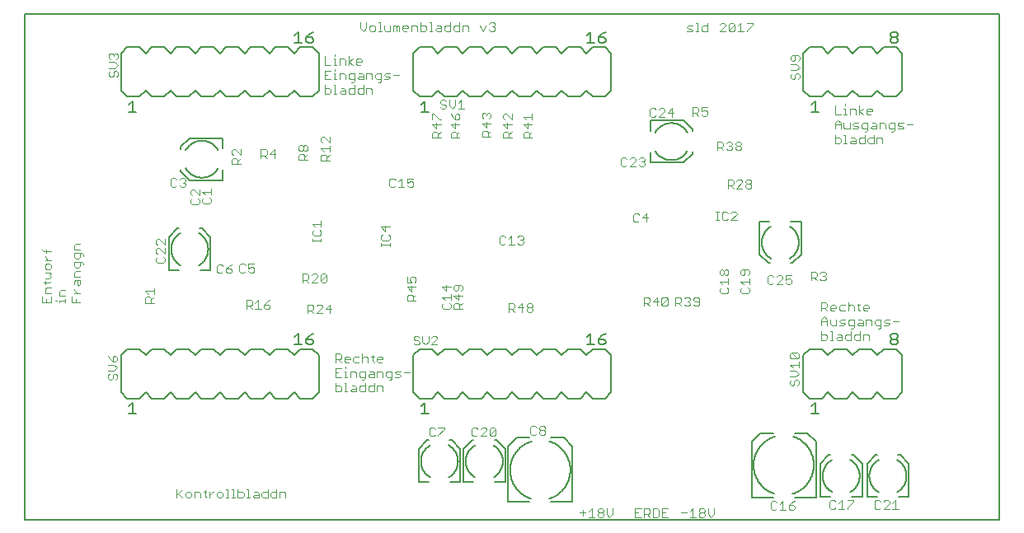
<source format=gto>
G75*
%MOIN*%
%OFA0B0*%
%FSLAX25Y25*%
%IPPOS*%
%LPD*%
%AMOC8*
5,1,8,0,0,1.08239X$1,22.5*
%
%ADD10C,0.00591*%
%ADD11C,0.00400*%
%ADD12C,0.00600*%
%ADD13C,0.00500*%
%ADD14C,0.00800*%
D10*
X0001800Y0002213D02*
X0001800Y0206937D01*
X0395501Y0206937D01*
X0395501Y0002213D01*
X0001800Y0002213D01*
D11*
X0063024Y0011074D02*
X0063024Y0014614D01*
X0063614Y0012844D02*
X0065384Y0011074D01*
X0066649Y0011664D02*
X0067239Y0011074D01*
X0068419Y0011074D01*
X0069009Y0011664D01*
X0069009Y0012844D01*
X0068419Y0013434D01*
X0067239Y0013434D01*
X0066649Y0012844D01*
X0066649Y0011664D01*
X0065384Y0014614D02*
X0063024Y0012254D01*
X0070274Y0011074D02*
X0070274Y0013434D01*
X0072044Y0013434D01*
X0072634Y0012844D01*
X0072634Y0011074D01*
X0074489Y0011664D02*
X0075079Y0011074D01*
X0074489Y0011664D02*
X0074489Y0014024D01*
X0073899Y0013434D02*
X0075079Y0013434D01*
X0076316Y0013434D02*
X0076316Y0011074D01*
X0076316Y0012254D02*
X0077496Y0013434D01*
X0078086Y0013434D01*
X0079337Y0012844D02*
X0079337Y0011664D01*
X0079927Y0011074D01*
X0081107Y0011074D01*
X0081697Y0011664D01*
X0081697Y0012844D01*
X0081107Y0013434D01*
X0079927Y0013434D01*
X0079337Y0012844D01*
X0082962Y0011074D02*
X0084142Y0011074D01*
X0083552Y0011074D02*
X0083552Y0014614D01*
X0082962Y0014614D01*
X0085379Y0014614D02*
X0085969Y0014614D01*
X0085969Y0011074D01*
X0085379Y0011074D02*
X0086559Y0011074D01*
X0087795Y0011074D02*
X0089565Y0011074D01*
X0090155Y0011664D01*
X0090155Y0012844D01*
X0089565Y0013434D01*
X0087795Y0013434D01*
X0087795Y0014614D02*
X0087795Y0011074D01*
X0091421Y0011074D02*
X0092601Y0011074D01*
X0092011Y0011074D02*
X0092011Y0014614D01*
X0091421Y0014614D01*
X0094427Y0013434D02*
X0095607Y0013434D01*
X0096197Y0012844D01*
X0096197Y0011074D01*
X0094427Y0011074D01*
X0093837Y0011664D01*
X0094427Y0012254D01*
X0096197Y0012254D01*
X0097462Y0011664D02*
X0097462Y0012844D01*
X0098052Y0013434D01*
X0099822Y0013434D01*
X0099822Y0014614D02*
X0099822Y0011074D01*
X0098052Y0011074D01*
X0097462Y0011664D01*
X0101088Y0011664D02*
X0101088Y0012844D01*
X0101678Y0013434D01*
X0103448Y0013434D01*
X0103448Y0014614D02*
X0103448Y0011074D01*
X0101678Y0011074D01*
X0101088Y0011664D01*
X0104713Y0011074D02*
X0104713Y0013434D01*
X0106483Y0013434D01*
X0107073Y0012844D01*
X0107073Y0011074D01*
X0165183Y0036546D02*
X0165773Y0035956D01*
X0166953Y0035956D01*
X0167543Y0036546D01*
X0168808Y0036546D02*
X0168808Y0035956D01*
X0168808Y0036546D02*
X0171168Y0038906D01*
X0171168Y0039496D01*
X0168808Y0039496D01*
X0167543Y0038906D02*
X0166953Y0039496D01*
X0165773Y0039496D01*
X0165183Y0038906D01*
X0165183Y0036546D01*
X0182424Y0036546D02*
X0183014Y0035956D01*
X0184194Y0035956D01*
X0184784Y0036546D01*
X0186049Y0035956D02*
X0188409Y0038316D01*
X0188409Y0038906D01*
X0187819Y0039496D01*
X0186639Y0039496D01*
X0186049Y0038906D01*
X0184784Y0038906D02*
X0184194Y0039496D01*
X0183014Y0039496D01*
X0182424Y0038906D01*
X0182424Y0036546D01*
X0186049Y0035956D02*
X0188409Y0035956D01*
X0189674Y0036546D02*
X0192034Y0038906D01*
X0192034Y0036546D01*
X0191444Y0035956D01*
X0190264Y0035956D01*
X0189674Y0036546D01*
X0189674Y0038906D01*
X0190264Y0039496D01*
X0191444Y0039496D01*
X0192034Y0038906D01*
X0206128Y0039496D02*
X0206128Y0037136D01*
X0206718Y0036546D01*
X0207898Y0036546D01*
X0208488Y0037136D01*
X0209753Y0037136D02*
X0209753Y0037726D01*
X0210343Y0038316D01*
X0211523Y0038316D01*
X0212113Y0037726D01*
X0212113Y0037136D01*
X0211523Y0036546D01*
X0210343Y0036546D01*
X0209753Y0037136D01*
X0210343Y0038316D02*
X0209753Y0038906D01*
X0209753Y0039496D01*
X0210343Y0040086D01*
X0211523Y0040086D01*
X0212113Y0039496D01*
X0212113Y0038906D01*
X0211523Y0038316D01*
X0208488Y0039496D02*
X0207898Y0040086D01*
X0206718Y0040086D01*
X0206128Y0039496D01*
X0157350Y0061663D02*
X0154990Y0061663D01*
X0153724Y0062253D02*
X0151954Y0062253D01*
X0151364Y0061663D01*
X0151954Y0061073D01*
X0153134Y0061073D01*
X0153724Y0060483D01*
X0153134Y0059893D01*
X0151364Y0059893D01*
X0150099Y0059893D02*
X0148329Y0059893D01*
X0147739Y0060483D01*
X0147739Y0061663D01*
X0148329Y0062253D01*
X0150099Y0062253D01*
X0150099Y0059303D01*
X0149509Y0058713D01*
X0148919Y0058713D01*
X0146474Y0059893D02*
X0146474Y0061663D01*
X0145884Y0062253D01*
X0144114Y0062253D01*
X0144114Y0059893D01*
X0142849Y0059893D02*
X0142849Y0061663D01*
X0142259Y0062253D01*
X0141079Y0062253D01*
X0141079Y0061073D02*
X0142849Y0061073D01*
X0142849Y0059893D02*
X0141079Y0059893D01*
X0140489Y0060483D01*
X0141079Y0061073D01*
X0139224Y0062253D02*
X0139224Y0059303D01*
X0138634Y0058713D01*
X0138044Y0058713D01*
X0137454Y0059893D02*
X0139224Y0059893D01*
X0137454Y0059893D02*
X0136864Y0060483D01*
X0136864Y0061663D01*
X0137454Y0062253D01*
X0139224Y0062253D01*
X0135599Y0061663D02*
X0135599Y0059893D01*
X0135599Y0061663D02*
X0135009Y0062253D01*
X0133239Y0062253D01*
X0133239Y0059893D01*
X0132002Y0059893D02*
X0130822Y0059893D01*
X0131412Y0059893D02*
X0131412Y0062253D01*
X0130822Y0062253D01*
X0131412Y0063433D02*
X0131412Y0064023D01*
X0131412Y0065798D02*
X0130822Y0066388D01*
X0130822Y0067568D01*
X0131412Y0068158D01*
X0132592Y0068158D01*
X0133182Y0067568D01*
X0133182Y0066978D01*
X0130822Y0066978D01*
X0131412Y0065798D02*
X0132592Y0065798D01*
X0134447Y0066388D02*
X0135037Y0065798D01*
X0136807Y0065798D01*
X0138072Y0065798D02*
X0138072Y0069338D01*
X0138662Y0068158D02*
X0139842Y0068158D01*
X0140432Y0067568D01*
X0140432Y0065798D01*
X0142287Y0066388D02*
X0142877Y0065798D01*
X0142287Y0066388D02*
X0142287Y0068748D01*
X0141697Y0068158D02*
X0142877Y0068158D01*
X0144114Y0067568D02*
X0144114Y0066388D01*
X0144704Y0065798D01*
X0145884Y0065798D01*
X0146474Y0066978D02*
X0144114Y0066978D01*
X0144114Y0067568D02*
X0144704Y0068158D01*
X0145884Y0068158D01*
X0146474Y0067568D01*
X0146474Y0066978D01*
X0138662Y0068158D02*
X0138072Y0067568D01*
X0136807Y0068158D02*
X0135037Y0068158D01*
X0134447Y0067568D01*
X0134447Y0066388D01*
X0129557Y0065798D02*
X0128377Y0066978D01*
X0128967Y0066978D02*
X0127197Y0066978D01*
X0127197Y0065798D02*
X0127197Y0069338D01*
X0128967Y0069338D01*
X0129557Y0068748D01*
X0129557Y0067568D01*
X0128967Y0066978D01*
X0129557Y0063433D02*
X0127197Y0063433D01*
X0127197Y0059893D01*
X0129557Y0059893D01*
X0128377Y0061663D02*
X0127197Y0061663D01*
X0127197Y0057527D02*
X0127197Y0053987D01*
X0128967Y0053987D01*
X0129557Y0054577D01*
X0129557Y0055757D01*
X0128967Y0056347D01*
X0127197Y0056347D01*
X0130822Y0057527D02*
X0131412Y0057527D01*
X0131412Y0053987D01*
X0130822Y0053987D02*
X0132002Y0053987D01*
X0133239Y0054577D02*
X0133829Y0053987D01*
X0135599Y0053987D01*
X0135599Y0055757D01*
X0135009Y0056347D01*
X0133829Y0056347D01*
X0133829Y0055167D02*
X0135599Y0055167D01*
X0136864Y0054577D02*
X0136864Y0055757D01*
X0137454Y0056347D01*
X0139224Y0056347D01*
X0139224Y0057527D02*
X0139224Y0053987D01*
X0137454Y0053987D01*
X0136864Y0054577D01*
X0133829Y0055167D02*
X0133239Y0054577D01*
X0140489Y0054577D02*
X0141079Y0053987D01*
X0142849Y0053987D01*
X0142849Y0057527D01*
X0142849Y0056347D02*
X0141079Y0056347D01*
X0140489Y0055757D01*
X0140489Y0054577D01*
X0144114Y0053987D02*
X0144114Y0056347D01*
X0145884Y0056347D01*
X0146474Y0055757D01*
X0146474Y0053987D01*
X0159440Y0072968D02*
X0158850Y0073558D01*
X0159440Y0072968D02*
X0160620Y0072968D01*
X0161210Y0073558D01*
X0161210Y0074148D01*
X0160620Y0074738D01*
X0159440Y0074738D01*
X0158850Y0075328D01*
X0158850Y0075918D01*
X0159440Y0076508D01*
X0160620Y0076508D01*
X0161210Y0075918D01*
X0162476Y0076508D02*
X0162476Y0074148D01*
X0163656Y0072968D01*
X0164836Y0074148D01*
X0164836Y0076508D01*
X0166101Y0075918D02*
X0166691Y0076508D01*
X0167871Y0076508D01*
X0168461Y0075918D01*
X0168461Y0075328D01*
X0166101Y0072968D01*
X0168461Y0072968D01*
X0170961Y0087415D02*
X0173321Y0087415D01*
X0173911Y0088005D01*
X0173911Y0089185D01*
X0173321Y0089775D01*
X0173911Y0091040D02*
X0173911Y0093400D01*
X0173911Y0092220D02*
X0170371Y0092220D01*
X0171551Y0091040D01*
X0170961Y0089775D02*
X0170371Y0089185D01*
X0170371Y0088005D01*
X0170961Y0087415D01*
X0175088Y0087511D02*
X0175088Y0089281D01*
X0175678Y0089871D01*
X0176858Y0089871D01*
X0177448Y0089281D01*
X0177448Y0087511D01*
X0178628Y0087511D02*
X0175088Y0087511D01*
X0177448Y0088691D02*
X0178628Y0089871D01*
X0176858Y0091136D02*
X0176858Y0093496D01*
X0176268Y0094761D02*
X0176858Y0095351D01*
X0176858Y0097121D01*
X0178038Y0097121D02*
X0175678Y0097121D01*
X0175088Y0096531D01*
X0175088Y0095351D01*
X0175678Y0094761D01*
X0176268Y0094761D01*
X0178038Y0094761D02*
X0178628Y0095351D01*
X0178628Y0096531D01*
X0178038Y0097121D01*
X0173911Y0096435D02*
X0170371Y0096435D01*
X0172141Y0094665D01*
X0172141Y0097025D01*
X0175088Y0092906D02*
X0176858Y0091136D01*
X0178628Y0092906D02*
X0175088Y0092906D01*
X0159809Y0093248D02*
X0158629Y0092068D01*
X0158629Y0092658D02*
X0158629Y0090888D01*
X0159809Y0090888D02*
X0156269Y0090888D01*
X0156269Y0092658D01*
X0156859Y0093248D01*
X0158039Y0093248D01*
X0158629Y0092658D01*
X0158039Y0094513D02*
X0158039Y0096873D01*
X0158039Y0098138D02*
X0157449Y0099318D01*
X0157449Y0099908D01*
X0158039Y0100498D01*
X0159219Y0100498D01*
X0159809Y0099908D01*
X0159809Y0098728D01*
X0159219Y0098138D01*
X0158039Y0098138D02*
X0156269Y0098138D01*
X0156269Y0100498D01*
X0156269Y0096283D02*
X0158039Y0094513D01*
X0159809Y0096283D02*
X0156269Y0096283D01*
X0149246Y0112820D02*
X0149246Y0114000D01*
X0149246Y0113410D02*
X0145706Y0113410D01*
X0145706Y0112820D02*
X0145706Y0114000D01*
X0146296Y0115237D02*
X0148656Y0115237D01*
X0149246Y0115827D01*
X0149246Y0117007D01*
X0148656Y0117597D01*
X0147476Y0118862D02*
X0145706Y0120632D01*
X0149246Y0120632D01*
X0147476Y0121222D02*
X0147476Y0118862D01*
X0146296Y0117597D02*
X0145706Y0117007D01*
X0145706Y0115827D01*
X0146296Y0115237D01*
X0121478Y0115237D02*
X0117938Y0115237D01*
X0117938Y0114647D02*
X0117938Y0115827D01*
X0118528Y0117064D02*
X0120888Y0117064D01*
X0121478Y0117654D01*
X0121478Y0118834D01*
X0120888Y0119424D01*
X0121478Y0120689D02*
X0121478Y0123049D01*
X0121478Y0121869D02*
X0117938Y0121869D01*
X0119118Y0120689D01*
X0118528Y0119424D02*
X0117938Y0118834D01*
X0117938Y0117654D01*
X0118528Y0117064D01*
X0121478Y0115827D02*
X0121478Y0114647D01*
X0121874Y0101618D02*
X0123054Y0101618D01*
X0123644Y0101028D01*
X0121284Y0098668D01*
X0121874Y0098078D01*
X0123054Y0098078D01*
X0123644Y0098668D01*
X0123644Y0101028D01*
X0121874Y0101618D02*
X0121284Y0101028D01*
X0121284Y0098668D01*
X0120019Y0098078D02*
X0117659Y0098078D01*
X0120019Y0100438D01*
X0120019Y0101028D01*
X0119429Y0101618D01*
X0118249Y0101618D01*
X0117659Y0101028D01*
X0116394Y0101028D02*
X0116394Y0099848D01*
X0115804Y0099258D01*
X0114034Y0099258D01*
X0115214Y0099258D02*
X0116394Y0098078D01*
X0114034Y0098078D02*
X0114034Y0101618D01*
X0115804Y0101618D01*
X0116394Y0101028D01*
X0100772Y0090996D02*
X0099592Y0090406D01*
X0098412Y0089226D01*
X0100182Y0089226D01*
X0100772Y0088636D01*
X0100772Y0088046D01*
X0100182Y0087456D01*
X0099002Y0087456D01*
X0098412Y0088046D01*
X0098412Y0089226D01*
X0097147Y0087456D02*
X0094787Y0087456D01*
X0095967Y0087456D02*
X0095967Y0090996D01*
X0094787Y0089816D01*
X0093521Y0090406D02*
X0093521Y0089226D01*
X0092931Y0088636D01*
X0091161Y0088636D01*
X0091161Y0087456D02*
X0091161Y0090996D01*
X0092931Y0090996D01*
X0093521Y0090406D01*
X0092341Y0088636D02*
X0093521Y0087456D01*
X0116035Y0086864D02*
X0117805Y0086864D01*
X0118395Y0087454D01*
X0118395Y0088634D01*
X0117805Y0089224D01*
X0116035Y0089224D01*
X0116035Y0085684D01*
X0117215Y0086864D02*
X0118395Y0085684D01*
X0119661Y0085684D02*
X0122021Y0088044D01*
X0122021Y0088634D01*
X0121431Y0089224D01*
X0120251Y0089224D01*
X0119661Y0088634D01*
X0119661Y0085684D02*
X0122021Y0085684D01*
X0123286Y0087454D02*
X0125646Y0087454D01*
X0125056Y0085684D02*
X0125056Y0089224D01*
X0123286Y0087454D01*
X0094462Y0102747D02*
X0093872Y0102157D01*
X0092692Y0102157D01*
X0092102Y0102747D01*
X0092102Y0103927D02*
X0093282Y0104517D01*
X0093872Y0104517D01*
X0094462Y0103927D01*
X0094462Y0102747D01*
X0092102Y0103927D02*
X0092102Y0105697D01*
X0094462Y0105697D01*
X0090836Y0105107D02*
X0090246Y0105697D01*
X0089066Y0105697D01*
X0088476Y0105107D01*
X0088476Y0102747D01*
X0089066Y0102157D01*
X0090246Y0102157D01*
X0090836Y0102747D01*
X0085406Y0102550D02*
X0084816Y0101960D01*
X0083636Y0101960D01*
X0083046Y0102550D01*
X0083046Y0103730D01*
X0084816Y0103730D01*
X0085406Y0103140D01*
X0085406Y0102550D01*
X0084226Y0104910D02*
X0083046Y0103730D01*
X0084226Y0104910D02*
X0085406Y0105500D01*
X0081781Y0104910D02*
X0081191Y0105500D01*
X0080011Y0105500D01*
X0079421Y0104910D01*
X0079421Y0102550D01*
X0080011Y0101960D01*
X0081191Y0101960D01*
X0081781Y0102550D01*
X0058214Y0106655D02*
X0057624Y0106065D01*
X0055264Y0106065D01*
X0054674Y0106655D01*
X0054674Y0107835D01*
X0055264Y0108425D01*
X0055264Y0109690D02*
X0054674Y0110280D01*
X0054674Y0111460D01*
X0055264Y0112050D01*
X0055854Y0112050D01*
X0058214Y0109690D01*
X0058214Y0112050D01*
X0058214Y0113315D02*
X0055854Y0115675D01*
X0055264Y0115675D01*
X0054674Y0115085D01*
X0054674Y0113905D01*
X0055264Y0113315D01*
X0058214Y0113315D02*
X0058214Y0115675D01*
X0057624Y0108425D02*
X0058214Y0107835D01*
X0058214Y0106655D01*
X0053883Y0095917D02*
X0053883Y0093557D01*
X0053883Y0094737D02*
X0050343Y0094737D01*
X0051523Y0093557D01*
X0050933Y0092292D02*
X0052113Y0092292D01*
X0052703Y0091702D01*
X0052703Y0089932D01*
X0052703Y0091112D02*
X0053883Y0092292D01*
X0053883Y0089932D02*
X0050343Y0089932D01*
X0050343Y0091702D01*
X0050933Y0092292D01*
X0024041Y0093833D02*
X0021681Y0093833D01*
X0022861Y0093833D02*
X0021681Y0095013D01*
X0021681Y0095603D01*
X0021681Y0097444D02*
X0021681Y0098624D01*
X0022271Y0099214D01*
X0024041Y0099214D01*
X0024041Y0097444D01*
X0023451Y0096854D01*
X0022861Y0097444D01*
X0022861Y0099214D01*
X0024041Y0100479D02*
X0021681Y0100479D01*
X0021681Y0102249D01*
X0022271Y0102839D01*
X0024041Y0102839D01*
X0023451Y0104104D02*
X0024041Y0104694D01*
X0024041Y0106464D01*
X0024631Y0106464D02*
X0021681Y0106464D01*
X0021681Y0104694D01*
X0022271Y0104104D01*
X0023451Y0104104D01*
X0025221Y0105284D02*
X0025221Y0105874D01*
X0024631Y0106464D01*
X0023451Y0107729D02*
X0024041Y0108319D01*
X0024041Y0110089D01*
X0024631Y0110089D02*
X0021681Y0110089D01*
X0021681Y0108319D01*
X0022271Y0107729D01*
X0023451Y0107729D01*
X0025221Y0108909D02*
X0025221Y0109499D01*
X0024631Y0110089D01*
X0024041Y0111355D02*
X0021681Y0111355D01*
X0021681Y0113125D01*
X0022271Y0113715D01*
X0024041Y0113715D01*
X0012230Y0110736D02*
X0009280Y0110736D01*
X0008690Y0111326D01*
X0010460Y0111326D02*
X0010460Y0110146D01*
X0009870Y0108895D02*
X0009870Y0108305D01*
X0011050Y0107125D01*
X0012230Y0107125D02*
X0009870Y0107125D01*
X0010460Y0105860D02*
X0009870Y0105270D01*
X0009870Y0104090D01*
X0010460Y0103500D01*
X0011640Y0103500D01*
X0012230Y0104090D01*
X0012230Y0105270D01*
X0011640Y0105860D01*
X0010460Y0105860D01*
X0009870Y0102235D02*
X0011640Y0102235D01*
X0012230Y0101645D01*
X0011640Y0101055D01*
X0012230Y0100465D01*
X0011640Y0099875D01*
X0009870Y0099875D01*
X0009870Y0098638D02*
X0009870Y0097458D01*
X0009280Y0098048D02*
X0011640Y0098048D01*
X0012230Y0098638D01*
X0012230Y0096193D02*
X0010460Y0096193D01*
X0009870Y0095603D01*
X0009870Y0093833D01*
X0012230Y0093833D01*
X0012230Y0092568D02*
X0012230Y0090208D01*
X0008690Y0090208D01*
X0008690Y0092568D01*
X0010460Y0091388D02*
X0010460Y0090208D01*
X0014005Y0090798D02*
X0014595Y0090798D01*
X0015775Y0090798D02*
X0018135Y0090798D01*
X0018135Y0090208D02*
X0018135Y0091388D01*
X0018135Y0092625D02*
X0015775Y0092625D01*
X0015775Y0094395D01*
X0016365Y0094985D01*
X0018135Y0094985D01*
X0020501Y0092568D02*
X0020501Y0090208D01*
X0024041Y0090208D01*
X0022271Y0090208D02*
X0022271Y0091388D01*
X0015775Y0090798D02*
X0015775Y0090208D01*
X0035379Y0068480D02*
X0035969Y0067300D01*
X0037149Y0066120D01*
X0037149Y0067890D01*
X0037739Y0068480D01*
X0038329Y0068480D01*
X0038919Y0067890D01*
X0038919Y0066710D01*
X0038329Y0066120D01*
X0037149Y0066120D01*
X0037739Y0064854D02*
X0035379Y0064854D01*
X0037739Y0064854D02*
X0038919Y0063674D01*
X0037739Y0062494D01*
X0035379Y0062494D01*
X0035969Y0061229D02*
X0035379Y0060639D01*
X0035379Y0059459D01*
X0035969Y0058869D01*
X0036559Y0058869D01*
X0037149Y0059459D01*
X0037149Y0060639D01*
X0037739Y0061229D01*
X0038329Y0061229D01*
X0038919Y0060639D01*
X0038919Y0059459D01*
X0038329Y0058869D01*
X0069260Y0129749D02*
X0071620Y0129749D01*
X0072210Y0130339D01*
X0072210Y0131519D01*
X0071620Y0132109D01*
X0072210Y0133374D02*
X0069850Y0135734D01*
X0069260Y0135734D01*
X0068670Y0135144D01*
X0068670Y0133964D01*
X0069260Y0133374D01*
X0069260Y0132109D02*
X0068670Y0131519D01*
X0068670Y0130339D01*
X0069260Y0129749D01*
X0073316Y0130621D02*
X0073316Y0131801D01*
X0073906Y0132391D01*
X0074496Y0133656D02*
X0073316Y0134836D01*
X0076856Y0134836D01*
X0076856Y0133656D02*
X0076856Y0136016D01*
X0072210Y0135734D02*
X0072210Y0133374D01*
X0073316Y0130621D02*
X0073906Y0130031D01*
X0076266Y0130031D01*
X0076856Y0130621D01*
X0076856Y0131801D01*
X0076266Y0132391D01*
X0066686Y0137373D02*
X0066686Y0137963D01*
X0066096Y0138553D01*
X0065506Y0138553D01*
X0066096Y0138553D02*
X0066686Y0139143D01*
X0066686Y0139733D01*
X0066096Y0140323D01*
X0064916Y0140323D01*
X0064326Y0139733D01*
X0063061Y0139733D02*
X0062471Y0140323D01*
X0061291Y0140323D01*
X0060701Y0139733D01*
X0060701Y0137373D01*
X0061291Y0136783D01*
X0062471Y0136783D01*
X0063061Y0137373D01*
X0064326Y0137373D02*
X0064916Y0136783D01*
X0066096Y0136783D01*
X0066686Y0137373D01*
X0085343Y0146028D02*
X0085343Y0147798D01*
X0085933Y0148388D01*
X0087113Y0148388D01*
X0087703Y0147798D01*
X0087703Y0146028D01*
X0088883Y0146028D02*
X0085343Y0146028D01*
X0087703Y0147208D02*
X0088883Y0148388D01*
X0088883Y0149654D02*
X0086523Y0152014D01*
X0085933Y0152014D01*
X0085343Y0151424D01*
X0085343Y0150244D01*
X0085933Y0149654D01*
X0088883Y0149654D02*
X0088883Y0152014D01*
X0097138Y0151957D02*
X0097138Y0148417D01*
X0097138Y0149597D02*
X0098908Y0149597D01*
X0099498Y0150187D01*
X0099498Y0151367D01*
X0098908Y0151957D01*
X0097138Y0151957D01*
X0098318Y0149597D02*
X0099498Y0148417D01*
X0100763Y0150187D02*
X0102533Y0151957D01*
X0102533Y0148417D01*
X0103123Y0150187D02*
X0100763Y0150187D01*
X0112395Y0149439D02*
X0112395Y0147669D01*
X0115935Y0147669D01*
X0114755Y0147669D02*
X0114755Y0149439D01*
X0114165Y0150029D01*
X0112985Y0150029D01*
X0112395Y0149439D01*
X0112985Y0151294D02*
X0113575Y0151294D01*
X0114165Y0151884D01*
X0114165Y0153064D01*
X0114755Y0153654D01*
X0115345Y0153654D01*
X0115935Y0153064D01*
X0115935Y0151884D01*
X0115345Y0151294D01*
X0114755Y0151294D01*
X0114165Y0151884D01*
X0114165Y0153064D02*
X0113575Y0153654D01*
X0112985Y0153654D01*
X0112395Y0153064D01*
X0112395Y0151884D01*
X0112985Y0151294D01*
X0114755Y0148849D02*
X0115935Y0150029D01*
X0121426Y0149350D02*
X0121426Y0147580D01*
X0124966Y0147580D01*
X0123786Y0147580D02*
X0123786Y0149350D01*
X0123196Y0149940D01*
X0122016Y0149940D01*
X0121426Y0149350D01*
X0122606Y0151206D02*
X0121426Y0152386D01*
X0124966Y0152386D01*
X0124966Y0151206D02*
X0124966Y0153566D01*
X0124966Y0154831D02*
X0122606Y0157191D01*
X0122016Y0157191D01*
X0121426Y0156601D01*
X0121426Y0155421D01*
X0122016Y0154831D01*
X0124966Y0154831D02*
X0124966Y0157191D01*
X0124966Y0149940D02*
X0123786Y0148760D01*
X0149136Y0139674D02*
X0149136Y0137314D01*
X0149726Y0136724D01*
X0150906Y0136724D01*
X0151496Y0137314D01*
X0152762Y0136724D02*
X0155122Y0136724D01*
X0153942Y0136724D02*
X0153942Y0140264D01*
X0152762Y0139084D01*
X0151496Y0139674D02*
X0150906Y0140264D01*
X0149726Y0140264D01*
X0149136Y0139674D01*
X0156387Y0140264D02*
X0156387Y0138494D01*
X0157567Y0139084D01*
X0158157Y0139084D01*
X0158747Y0138494D01*
X0158747Y0137314D01*
X0158157Y0136724D01*
X0156977Y0136724D01*
X0156387Y0137314D01*
X0156387Y0140264D02*
X0158747Y0140264D01*
X0166308Y0156832D02*
X0166308Y0158602D01*
X0166898Y0159192D01*
X0168078Y0159192D01*
X0168668Y0158602D01*
X0168668Y0156832D01*
X0169848Y0156832D02*
X0166308Y0156832D01*
X0168668Y0158012D02*
X0169848Y0159192D01*
X0168078Y0160458D02*
X0168078Y0162818D01*
X0169258Y0164083D02*
X0169848Y0164083D01*
X0169258Y0164083D02*
X0166898Y0166443D01*
X0166308Y0166443D01*
X0166308Y0164083D01*
X0166308Y0162228D02*
X0168078Y0160458D01*
X0169848Y0162228D02*
X0166308Y0162228D01*
X0173906Y0162198D02*
X0175676Y0160427D01*
X0175676Y0162788D01*
X0175676Y0164053D02*
X0175676Y0165823D01*
X0176266Y0166413D01*
X0176856Y0166413D01*
X0177446Y0165823D01*
X0177446Y0164643D01*
X0176856Y0164053D01*
X0175676Y0164053D01*
X0174496Y0165233D01*
X0173906Y0166413D01*
X0174512Y0168472D02*
X0175692Y0169652D01*
X0175692Y0172012D01*
X0176958Y0170832D02*
X0178138Y0172012D01*
X0178138Y0168472D01*
X0176958Y0168472D02*
X0179318Y0168472D01*
X0174512Y0168472D02*
X0173332Y0169652D01*
X0173332Y0172012D01*
X0172067Y0171422D02*
X0171477Y0172012D01*
X0170297Y0172012D01*
X0169707Y0171422D01*
X0169707Y0170832D01*
X0170297Y0170242D01*
X0171477Y0170242D01*
X0172067Y0169652D01*
X0172067Y0169062D01*
X0171477Y0168472D01*
X0170297Y0168472D01*
X0169707Y0169062D01*
X0173906Y0162198D02*
X0177446Y0162198D01*
X0177446Y0159162D02*
X0176266Y0157982D01*
X0176266Y0158572D02*
X0176266Y0156802D01*
X0177446Y0156802D02*
X0173906Y0156802D01*
X0173906Y0158572D01*
X0174496Y0159162D01*
X0175676Y0159162D01*
X0176266Y0158572D01*
X0186505Y0158966D02*
X0186505Y0157196D01*
X0190045Y0157196D01*
X0188865Y0157196D02*
X0188865Y0158966D01*
X0188275Y0159556D01*
X0187095Y0159556D01*
X0186505Y0158966D01*
X0188865Y0158376D02*
X0190045Y0159556D01*
X0188275Y0160821D02*
X0186505Y0162591D01*
X0190045Y0162591D01*
X0188275Y0163181D02*
X0188275Y0160821D01*
X0189455Y0164446D02*
X0190045Y0165036D01*
X0190045Y0166216D01*
X0189455Y0166806D01*
X0188865Y0166806D01*
X0188275Y0166216D01*
X0188275Y0165626D01*
X0188275Y0166216D02*
X0187685Y0166806D01*
X0187095Y0166806D01*
X0186505Y0166216D01*
X0186505Y0165036D01*
X0187095Y0164446D01*
X0194969Y0164643D02*
X0195559Y0164053D01*
X0194969Y0164643D02*
X0194969Y0165823D01*
X0195559Y0166413D01*
X0196149Y0166413D01*
X0198509Y0164053D01*
X0198509Y0166413D01*
X0203237Y0165233D02*
X0206777Y0165233D01*
X0206777Y0164053D02*
X0206777Y0166413D01*
X0204417Y0164053D02*
X0203237Y0165233D01*
X0205007Y0162788D02*
X0205007Y0160427D01*
X0203237Y0162198D01*
X0206777Y0162198D01*
X0206777Y0159162D02*
X0205597Y0157982D01*
X0205597Y0158572D02*
X0205597Y0156802D01*
X0206777Y0156802D02*
X0203237Y0156802D01*
X0203237Y0158572D01*
X0203827Y0159162D01*
X0205007Y0159162D01*
X0205597Y0158572D01*
X0198509Y0159162D02*
X0197329Y0157982D01*
X0197329Y0158572D02*
X0197329Y0156802D01*
X0198509Y0156802D02*
X0194969Y0156802D01*
X0194969Y0158572D01*
X0195559Y0159162D01*
X0196739Y0159162D01*
X0197329Y0158572D01*
X0196739Y0160427D02*
X0196739Y0162788D01*
X0198509Y0162198D02*
X0194969Y0162198D01*
X0196739Y0160427D01*
X0242640Y0148138D02*
X0242640Y0145778D01*
X0243230Y0145188D01*
X0244410Y0145188D01*
X0245000Y0145778D01*
X0246265Y0145188D02*
X0248625Y0147548D01*
X0248625Y0148138D01*
X0248035Y0148728D01*
X0246855Y0148728D01*
X0246265Y0148138D01*
X0245000Y0148138D02*
X0244410Y0148728D01*
X0243230Y0148728D01*
X0242640Y0148138D01*
X0246265Y0145188D02*
X0248625Y0145188D01*
X0249891Y0145778D02*
X0250481Y0145188D01*
X0251661Y0145188D01*
X0252251Y0145778D01*
X0252251Y0146368D01*
X0251661Y0146958D01*
X0251071Y0146958D01*
X0251661Y0146958D02*
X0252251Y0147548D01*
X0252251Y0148138D01*
X0251661Y0148728D01*
X0250481Y0148728D01*
X0249891Y0148138D01*
X0281657Y0151629D02*
X0281657Y0155169D01*
X0283427Y0155169D01*
X0284017Y0154579D01*
X0284017Y0153399D01*
X0283427Y0152809D01*
X0281657Y0152809D01*
X0282837Y0152809D02*
X0284017Y0151629D01*
X0285283Y0152219D02*
X0285873Y0151629D01*
X0287053Y0151629D01*
X0287643Y0152219D01*
X0287643Y0152809D01*
X0287053Y0153399D01*
X0286463Y0153399D01*
X0287053Y0153399D02*
X0287643Y0153989D01*
X0287643Y0154579D01*
X0287053Y0155169D01*
X0285873Y0155169D01*
X0285283Y0154579D01*
X0288908Y0154579D02*
X0288908Y0153989D01*
X0289498Y0153399D01*
X0290678Y0153399D01*
X0291268Y0152809D01*
X0291268Y0152219D01*
X0290678Y0151629D01*
X0289498Y0151629D01*
X0288908Y0152219D01*
X0288908Y0152809D01*
X0289498Y0153399D01*
X0290678Y0153399D02*
X0291268Y0153989D01*
X0291268Y0154579D01*
X0290678Y0155169D01*
X0289498Y0155169D01*
X0288908Y0154579D01*
X0277644Y0166113D02*
X0277054Y0165523D01*
X0275874Y0165523D01*
X0275284Y0166113D01*
X0275284Y0167293D02*
X0276464Y0167883D01*
X0277054Y0167883D01*
X0277644Y0167293D01*
X0277644Y0166113D01*
X0275284Y0167293D02*
X0275284Y0169063D01*
X0277644Y0169063D01*
X0274019Y0168473D02*
X0274019Y0167293D01*
X0273429Y0166703D01*
X0271659Y0166703D01*
X0272839Y0166703D02*
X0274019Y0165523D01*
X0271659Y0165523D02*
X0271659Y0169063D01*
X0273429Y0169063D01*
X0274019Y0168473D01*
X0264012Y0166899D02*
X0261652Y0166899D01*
X0263422Y0168669D01*
X0263422Y0165129D01*
X0260387Y0165129D02*
X0258027Y0165129D01*
X0260387Y0167489D01*
X0260387Y0168079D01*
X0259797Y0168669D01*
X0258617Y0168669D01*
X0258027Y0168079D01*
X0256762Y0168079D02*
X0256172Y0168669D01*
X0254992Y0168669D01*
X0254402Y0168079D01*
X0254402Y0165719D01*
X0254992Y0165129D01*
X0256172Y0165129D01*
X0256762Y0165719D01*
X0285814Y0139807D02*
X0287584Y0139807D01*
X0288174Y0139217D01*
X0288174Y0138037D01*
X0287584Y0137447D01*
X0285814Y0137447D01*
X0286994Y0137447D02*
X0288174Y0136267D01*
X0289439Y0136267D02*
X0291799Y0138627D01*
X0291799Y0139217D01*
X0291209Y0139807D01*
X0290029Y0139807D01*
X0289439Y0139217D01*
X0289439Y0136267D02*
X0291799Y0136267D01*
X0293064Y0136857D02*
X0293064Y0137447D01*
X0293654Y0138037D01*
X0294834Y0138037D01*
X0295424Y0137447D01*
X0295424Y0136857D01*
X0294834Y0136267D01*
X0293654Y0136267D01*
X0293064Y0136857D01*
X0293654Y0138037D02*
X0293064Y0138627D01*
X0293064Y0139217D01*
X0293654Y0139807D01*
X0294834Y0139807D01*
X0295424Y0139217D01*
X0295424Y0138627D01*
X0294834Y0138037D01*
X0285814Y0136267D02*
X0285814Y0139807D01*
X0285269Y0126854D02*
X0284089Y0126854D01*
X0283499Y0126264D01*
X0283499Y0123904D01*
X0284089Y0123314D01*
X0285269Y0123314D01*
X0285859Y0123904D01*
X0287125Y0123314D02*
X0289485Y0125674D01*
X0289485Y0126264D01*
X0288895Y0126854D01*
X0287715Y0126854D01*
X0287125Y0126264D01*
X0285859Y0126264D02*
X0285269Y0126854D01*
X0282263Y0126854D02*
X0281083Y0126854D01*
X0281673Y0126854D02*
X0281673Y0123314D01*
X0281083Y0123314D02*
X0282263Y0123314D01*
X0287125Y0123314D02*
X0289485Y0123314D01*
X0253713Y0124399D02*
X0251353Y0124399D01*
X0253123Y0126169D01*
X0253123Y0122629D01*
X0250088Y0123219D02*
X0249498Y0122629D01*
X0248318Y0122629D01*
X0247728Y0123219D01*
X0247728Y0125579D01*
X0248318Y0126169D01*
X0249498Y0126169D01*
X0250088Y0125579D01*
X0282568Y0102831D02*
X0283158Y0103421D01*
X0283748Y0103421D01*
X0284338Y0102831D01*
X0284338Y0101651D01*
X0283748Y0101061D01*
X0283158Y0101061D01*
X0282568Y0101651D01*
X0282568Y0102831D01*
X0284338Y0102831D02*
X0284928Y0103421D01*
X0285518Y0103421D01*
X0286108Y0102831D01*
X0286108Y0101651D01*
X0285518Y0101061D01*
X0284928Y0101061D01*
X0284338Y0101651D01*
X0286108Y0099795D02*
X0286108Y0097435D01*
X0286108Y0098615D02*
X0282568Y0098615D01*
X0283748Y0097435D01*
X0283158Y0096170D02*
X0282568Y0095580D01*
X0282568Y0094400D01*
X0283158Y0093810D01*
X0285518Y0093810D01*
X0286108Y0094400D01*
X0286108Y0095580D01*
X0285518Y0096170D01*
X0291032Y0095580D02*
X0291032Y0094400D01*
X0291622Y0093810D01*
X0293982Y0093810D01*
X0294572Y0094400D01*
X0294572Y0095580D01*
X0293982Y0096170D01*
X0294572Y0097435D02*
X0294572Y0099795D01*
X0294572Y0098615D02*
X0291032Y0098615D01*
X0292212Y0097435D01*
X0291622Y0096170D02*
X0291032Y0095580D01*
X0302039Y0098003D02*
X0302629Y0097413D01*
X0303809Y0097413D01*
X0304399Y0098003D01*
X0305665Y0097413D02*
X0308025Y0099773D01*
X0308025Y0100363D01*
X0307435Y0100953D01*
X0306255Y0100953D01*
X0305665Y0100363D01*
X0304399Y0100363D02*
X0303809Y0100953D01*
X0302629Y0100953D01*
X0302039Y0100363D01*
X0302039Y0098003D01*
X0305665Y0097413D02*
X0308025Y0097413D01*
X0309290Y0098003D02*
X0309880Y0097413D01*
X0311060Y0097413D01*
X0311650Y0098003D01*
X0311650Y0099183D01*
X0311060Y0099773D01*
X0310470Y0099773D01*
X0309290Y0099183D01*
X0309290Y0100953D01*
X0311650Y0100953D01*
X0319494Y0100167D02*
X0321264Y0100167D01*
X0321854Y0100757D01*
X0321854Y0101937D01*
X0321264Y0102527D01*
X0319494Y0102527D01*
X0319494Y0098987D01*
X0320674Y0100167D02*
X0321854Y0098987D01*
X0323119Y0099577D02*
X0323709Y0098987D01*
X0324889Y0098987D01*
X0325479Y0099577D01*
X0325479Y0100167D01*
X0324889Y0100757D01*
X0324299Y0100757D01*
X0324889Y0100757D02*
X0325479Y0101347D01*
X0325479Y0101937D01*
X0324889Y0102527D01*
X0323709Y0102527D01*
X0323119Y0101937D01*
X0323654Y0090205D02*
X0325424Y0090205D01*
X0326014Y0089615D01*
X0326014Y0088435D01*
X0325424Y0087845D01*
X0323654Y0087845D01*
X0324834Y0087845D02*
X0326014Y0086665D01*
X0327279Y0087255D02*
X0327279Y0088435D01*
X0327869Y0089025D01*
X0329049Y0089025D01*
X0329639Y0088435D01*
X0329639Y0087845D01*
X0327279Y0087845D01*
X0327279Y0087255D02*
X0327869Y0086665D01*
X0329049Y0086665D01*
X0330904Y0087255D02*
X0330904Y0088435D01*
X0331494Y0089025D01*
X0333264Y0089025D01*
X0334529Y0088435D02*
X0335119Y0089025D01*
X0336299Y0089025D01*
X0336889Y0088435D01*
X0336889Y0086665D01*
X0338744Y0087255D02*
X0339334Y0086665D01*
X0338744Y0087255D02*
X0338744Y0089615D01*
X0338154Y0089025D02*
X0339334Y0089025D01*
X0340571Y0088435D02*
X0341161Y0089025D01*
X0342341Y0089025D01*
X0342931Y0088435D01*
X0342931Y0087845D01*
X0340571Y0087845D01*
X0340571Y0087255D02*
X0340571Y0088435D01*
X0340571Y0087255D02*
X0341161Y0086665D01*
X0342341Y0086665D01*
X0341779Y0083119D02*
X0343549Y0083119D01*
X0344139Y0082529D01*
X0344139Y0080759D01*
X0345404Y0081349D02*
X0345994Y0080759D01*
X0347764Y0080759D01*
X0347764Y0080169D02*
X0347764Y0083119D01*
X0345994Y0083119D01*
X0345404Y0082529D01*
X0345404Y0081349D01*
X0346584Y0079579D02*
X0347174Y0079579D01*
X0347764Y0080169D01*
X0349029Y0080759D02*
X0350799Y0080759D01*
X0351390Y0081349D01*
X0350799Y0081939D01*
X0349619Y0081939D01*
X0349029Y0082529D01*
X0349619Y0083119D01*
X0351390Y0083119D01*
X0352655Y0082529D02*
X0355015Y0082529D01*
X0342931Y0076624D02*
X0342931Y0074854D01*
X0342931Y0076624D02*
X0342341Y0077214D01*
X0340571Y0077214D01*
X0340571Y0074854D01*
X0339306Y0074854D02*
X0337536Y0074854D01*
X0336946Y0075444D01*
X0336946Y0076624D01*
X0337536Y0077214D01*
X0339306Y0077214D01*
X0339306Y0078394D02*
X0339306Y0074854D01*
X0335681Y0074854D02*
X0333911Y0074854D01*
X0333321Y0075444D01*
X0333321Y0076624D01*
X0333911Y0077214D01*
X0335681Y0077214D01*
X0335681Y0078394D02*
X0335681Y0074854D01*
X0332055Y0074854D02*
X0332055Y0076624D01*
X0331465Y0077214D01*
X0330285Y0077214D01*
X0330285Y0076034D02*
X0332055Y0076034D01*
X0332055Y0074854D02*
X0330285Y0074854D01*
X0329695Y0075444D01*
X0330285Y0076034D01*
X0328459Y0074854D02*
X0327279Y0074854D01*
X0327869Y0074854D02*
X0327869Y0078394D01*
X0327279Y0078394D01*
X0326014Y0076624D02*
X0325424Y0077214D01*
X0323654Y0077214D01*
X0323654Y0078394D02*
X0323654Y0074854D01*
X0325424Y0074854D01*
X0326014Y0075444D01*
X0326014Y0076624D01*
X0326014Y0080759D02*
X0326014Y0083119D01*
X0324834Y0084299D01*
X0323654Y0083119D01*
X0323654Y0080759D01*
X0323654Y0082529D02*
X0326014Y0082529D01*
X0327279Y0083119D02*
X0327279Y0081349D01*
X0327869Y0080759D01*
X0329639Y0080759D01*
X0329639Y0083119D01*
X0330904Y0082529D02*
X0331494Y0083119D01*
X0333264Y0083119D01*
X0332674Y0081939D02*
X0331494Y0081939D01*
X0330904Y0082529D01*
X0330904Y0080759D02*
X0332674Y0080759D01*
X0333264Y0081349D01*
X0332674Y0081939D01*
X0334529Y0082529D02*
X0334529Y0081349D01*
X0335119Y0080759D01*
X0336889Y0080759D01*
X0336889Y0080169D02*
X0336889Y0083119D01*
X0335119Y0083119D01*
X0334529Y0082529D01*
X0335709Y0079579D02*
X0336299Y0079579D01*
X0336889Y0080169D01*
X0338154Y0081349D02*
X0338744Y0081939D01*
X0340514Y0081939D01*
X0340514Y0082529D02*
X0340514Y0080759D01*
X0338744Y0080759D01*
X0338154Y0081349D01*
X0338744Y0083119D02*
X0339924Y0083119D01*
X0340514Y0082529D01*
X0341779Y0083119D02*
X0341779Y0080759D01*
X0334529Y0086665D02*
X0334529Y0090205D01*
X0333264Y0086665D02*
X0331494Y0086665D01*
X0330904Y0087255D01*
X0323654Y0086665D02*
X0323654Y0090205D01*
X0294572Y0101651D02*
X0294572Y0102831D01*
X0293982Y0103421D01*
X0291622Y0103421D01*
X0291032Y0102831D01*
X0291032Y0101651D01*
X0291622Y0101061D01*
X0292212Y0101061D01*
X0292802Y0101651D01*
X0292802Y0103421D01*
X0294572Y0101651D02*
X0293982Y0101061D01*
X0274298Y0091642D02*
X0273708Y0092232D01*
X0272528Y0092232D01*
X0271938Y0091642D01*
X0271938Y0091052D01*
X0272528Y0090462D01*
X0274298Y0090462D01*
X0274298Y0089282D02*
X0274298Y0091642D01*
X0274298Y0089282D02*
X0273708Y0088692D01*
X0272528Y0088692D01*
X0271938Y0089282D01*
X0270673Y0089282D02*
X0270673Y0089872D01*
X0270083Y0090462D01*
X0269493Y0090462D01*
X0270083Y0090462D02*
X0270673Y0091052D01*
X0270673Y0091642D01*
X0270083Y0092232D01*
X0268903Y0092232D01*
X0268313Y0091642D01*
X0267048Y0091642D02*
X0266458Y0092232D01*
X0264688Y0092232D01*
X0264688Y0088692D01*
X0264688Y0089872D02*
X0266458Y0089872D01*
X0267048Y0090462D01*
X0267048Y0091642D01*
X0265868Y0089872D02*
X0267048Y0088692D01*
X0268313Y0089282D02*
X0268903Y0088692D01*
X0270083Y0088692D01*
X0270673Y0089282D01*
X0261503Y0089282D02*
X0260913Y0088692D01*
X0259733Y0088692D01*
X0259143Y0089282D01*
X0261503Y0091642D01*
X0261503Y0089282D01*
X0261503Y0091642D02*
X0260913Y0092232D01*
X0259733Y0092232D01*
X0259143Y0091642D01*
X0259143Y0089282D01*
X0257877Y0090462D02*
X0255517Y0090462D01*
X0257287Y0092232D01*
X0257287Y0088692D01*
X0254252Y0088692D02*
X0253072Y0089872D01*
X0253662Y0089872D02*
X0251892Y0089872D01*
X0251892Y0088692D02*
X0251892Y0092232D01*
X0253662Y0092232D01*
X0254252Y0091642D01*
X0254252Y0090462D01*
X0253662Y0089872D01*
X0206945Y0089162D02*
X0206945Y0088572D01*
X0206355Y0087982D01*
X0205175Y0087982D01*
X0204585Y0088572D01*
X0204585Y0089162D01*
X0205175Y0089752D01*
X0206355Y0089752D01*
X0206945Y0089162D01*
X0206355Y0087982D02*
X0206945Y0087392D01*
X0206945Y0086802D01*
X0206355Y0086212D01*
X0205175Y0086212D01*
X0204585Y0086802D01*
X0204585Y0087392D01*
X0205175Y0087982D01*
X0203320Y0087982D02*
X0200960Y0087982D01*
X0202730Y0089752D01*
X0202730Y0086212D01*
X0199695Y0086212D02*
X0198515Y0087392D01*
X0199105Y0087392D02*
X0197335Y0087392D01*
X0197335Y0086212D02*
X0197335Y0089752D01*
X0199105Y0089752D01*
X0199695Y0089162D01*
X0199695Y0087982D01*
X0199105Y0087392D01*
X0199580Y0113574D02*
X0197220Y0113574D01*
X0198400Y0113574D02*
X0198400Y0117114D01*
X0197220Y0115934D01*
X0195955Y0116524D02*
X0195364Y0117114D01*
X0194184Y0117114D01*
X0193594Y0116524D01*
X0193594Y0114164D01*
X0194184Y0113574D01*
X0195364Y0113574D01*
X0195955Y0114164D01*
X0200845Y0114164D02*
X0201435Y0113574D01*
X0202615Y0113574D01*
X0203205Y0114164D01*
X0203205Y0114754D01*
X0202615Y0115344D01*
X0202025Y0115344D01*
X0202615Y0115344D02*
X0203205Y0115934D01*
X0203205Y0116524D01*
X0202615Y0117114D01*
X0201435Y0117114D01*
X0200845Y0116524D01*
X0142143Y0174460D02*
X0142143Y0176230D01*
X0141553Y0176820D01*
X0139783Y0176820D01*
X0139783Y0174460D01*
X0138518Y0174460D02*
X0136748Y0174460D01*
X0136158Y0175050D01*
X0136158Y0176230D01*
X0136748Y0176820D01*
X0138518Y0176820D01*
X0138518Y0178000D02*
X0138518Y0174460D01*
X0134893Y0174460D02*
X0133123Y0174460D01*
X0132533Y0175050D01*
X0132533Y0176230D01*
X0133123Y0176820D01*
X0134893Y0176820D01*
X0134893Y0178000D02*
X0134893Y0174460D01*
X0131268Y0174460D02*
X0131268Y0176230D01*
X0130678Y0176820D01*
X0129498Y0176820D01*
X0129498Y0175640D02*
X0131268Y0175640D01*
X0131268Y0174460D02*
X0129498Y0174460D01*
X0128908Y0175050D01*
X0129498Y0175640D01*
X0127671Y0174460D02*
X0126491Y0174460D01*
X0127081Y0174460D02*
X0127081Y0178000D01*
X0126491Y0178000D01*
X0125226Y0176230D02*
X0124636Y0176820D01*
X0122866Y0176820D01*
X0122866Y0178000D02*
X0122866Y0174460D01*
X0124636Y0174460D01*
X0125226Y0175050D01*
X0125226Y0176230D01*
X0125226Y0180365D02*
X0122866Y0180365D01*
X0122866Y0183905D01*
X0125226Y0183905D01*
X0126491Y0182725D02*
X0127081Y0182725D01*
X0127081Y0180365D01*
X0126491Y0180365D02*
X0127671Y0180365D01*
X0128908Y0180365D02*
X0128908Y0182725D01*
X0130678Y0182725D01*
X0131268Y0182135D01*
X0131268Y0180365D01*
X0132533Y0180955D02*
X0132533Y0182135D01*
X0133123Y0182725D01*
X0134893Y0182725D01*
X0134893Y0179775D01*
X0134303Y0179185D01*
X0133713Y0179185D01*
X0133123Y0180365D02*
X0134893Y0180365D01*
X0136158Y0180955D02*
X0136748Y0181545D01*
X0138518Y0181545D01*
X0138518Y0182135D02*
X0138518Y0180365D01*
X0136748Y0180365D01*
X0136158Y0180955D01*
X0136748Y0182725D02*
X0137928Y0182725D01*
X0138518Y0182135D01*
X0139783Y0182725D02*
X0139783Y0180365D01*
X0139783Y0182725D02*
X0141553Y0182725D01*
X0142143Y0182135D01*
X0142143Y0180365D01*
X0143409Y0180955D02*
X0143999Y0180365D01*
X0145769Y0180365D01*
X0145769Y0179775D02*
X0145769Y0182725D01*
X0143999Y0182725D01*
X0143409Y0182135D01*
X0143409Y0180955D01*
X0144589Y0179185D02*
X0145179Y0179185D01*
X0145769Y0179775D01*
X0147034Y0180365D02*
X0148804Y0180365D01*
X0149394Y0180955D01*
X0148804Y0181545D01*
X0147624Y0181545D01*
X0147034Y0182135D01*
X0147624Y0182725D01*
X0149394Y0182725D01*
X0150659Y0182135D02*
X0153019Y0182135D01*
X0137914Y0187451D02*
X0135554Y0187451D01*
X0135554Y0186861D02*
X0135554Y0188041D01*
X0136144Y0188631D01*
X0137324Y0188631D01*
X0137914Y0188041D01*
X0137914Y0187451D01*
X0137324Y0186271D02*
X0136144Y0186271D01*
X0135554Y0186861D01*
X0134303Y0186271D02*
X0132533Y0187451D01*
X0134303Y0188631D01*
X0132533Y0189811D02*
X0132533Y0186271D01*
X0131268Y0186271D02*
X0131268Y0188041D01*
X0130678Y0188631D01*
X0128908Y0188631D01*
X0128908Y0186271D01*
X0127671Y0186271D02*
X0126491Y0186271D01*
X0127081Y0186271D02*
X0127081Y0188631D01*
X0126491Y0188631D01*
X0127081Y0189811D02*
X0127081Y0190401D01*
X0122866Y0189811D02*
X0122866Y0186271D01*
X0125226Y0186271D01*
X0127081Y0184495D02*
X0127081Y0183905D01*
X0124046Y0182135D02*
X0122866Y0182135D01*
X0132533Y0180955D02*
X0133123Y0180365D01*
X0138613Y0199854D02*
X0139793Y0201034D01*
X0139793Y0203394D01*
X0141058Y0201624D02*
X0141058Y0200444D01*
X0141648Y0199854D01*
X0142828Y0199854D01*
X0143418Y0200444D01*
X0143418Y0201624D01*
X0142828Y0202214D01*
X0141648Y0202214D01*
X0141058Y0201624D01*
X0138613Y0199854D02*
X0137433Y0201034D01*
X0137433Y0203394D01*
X0144683Y0203394D02*
X0145273Y0203394D01*
X0145273Y0199854D01*
X0144683Y0199854D02*
X0145863Y0199854D01*
X0147100Y0200444D02*
X0147690Y0199854D01*
X0149460Y0199854D01*
X0149460Y0202214D01*
X0150725Y0202214D02*
X0151315Y0202214D01*
X0151905Y0201624D01*
X0152495Y0202214D01*
X0153085Y0201624D01*
X0153085Y0199854D01*
X0151905Y0199854D02*
X0151905Y0201624D01*
X0150725Y0202214D02*
X0150725Y0199854D01*
X0147100Y0200444D02*
X0147100Y0202214D01*
X0154350Y0201624D02*
X0154940Y0202214D01*
X0156120Y0202214D01*
X0156710Y0201624D01*
X0156710Y0201034D01*
X0154350Y0201034D01*
X0154350Y0200444D02*
X0154350Y0201624D01*
X0154350Y0200444D02*
X0154940Y0199854D01*
X0156120Y0199854D01*
X0157976Y0199854D02*
X0157976Y0202214D01*
X0159746Y0202214D01*
X0160336Y0201624D01*
X0160336Y0199854D01*
X0161601Y0199854D02*
X0163371Y0199854D01*
X0163961Y0200444D01*
X0163961Y0201624D01*
X0163371Y0202214D01*
X0161601Y0202214D01*
X0161601Y0203394D02*
X0161601Y0199854D01*
X0165226Y0199854D02*
X0166406Y0199854D01*
X0165816Y0199854D02*
X0165816Y0203394D01*
X0165226Y0203394D01*
X0168233Y0202214D02*
X0169413Y0202214D01*
X0170003Y0201624D01*
X0170003Y0199854D01*
X0168233Y0199854D01*
X0167643Y0200444D01*
X0168233Y0201034D01*
X0170003Y0201034D01*
X0171268Y0201624D02*
X0171858Y0202214D01*
X0173628Y0202214D01*
X0173628Y0203394D02*
X0173628Y0199854D01*
X0171858Y0199854D01*
X0171268Y0200444D01*
X0171268Y0201624D01*
X0174893Y0201624D02*
X0175483Y0202214D01*
X0177253Y0202214D01*
X0177253Y0203394D02*
X0177253Y0199854D01*
X0175483Y0199854D01*
X0174893Y0200444D01*
X0174893Y0201624D01*
X0178518Y0202214D02*
X0178518Y0199854D01*
X0178518Y0202214D02*
X0180288Y0202214D01*
X0180878Y0201624D01*
X0180878Y0199854D01*
X0185768Y0202214D02*
X0186948Y0199854D01*
X0188128Y0202214D01*
X0189393Y0202804D02*
X0189983Y0203394D01*
X0191163Y0203394D01*
X0191753Y0202804D01*
X0191753Y0202214D01*
X0191163Y0201624D01*
X0191753Y0201034D01*
X0191753Y0200444D01*
X0191163Y0199854D01*
X0189983Y0199854D01*
X0189393Y0200444D01*
X0190573Y0201624D02*
X0191163Y0201624D01*
X0269323Y0201427D02*
X0269913Y0202017D01*
X0271683Y0202017D01*
X0271093Y0200837D02*
X0269913Y0200837D01*
X0269323Y0201427D01*
X0269323Y0199657D02*
X0271093Y0199657D01*
X0271683Y0200247D01*
X0271093Y0200837D01*
X0272948Y0199657D02*
X0274128Y0199657D01*
X0273538Y0199657D02*
X0273538Y0203197D01*
X0272948Y0203197D01*
X0275365Y0201427D02*
X0275955Y0202017D01*
X0277725Y0202017D01*
X0277725Y0203197D02*
X0277725Y0199657D01*
X0275955Y0199657D01*
X0275365Y0200247D01*
X0275365Y0201427D01*
X0282615Y0202607D02*
X0283205Y0203197D01*
X0284385Y0203197D01*
X0284975Y0202607D01*
X0284975Y0202017D01*
X0282615Y0199657D01*
X0284975Y0199657D01*
X0286240Y0200247D02*
X0288600Y0202607D01*
X0288600Y0200247D01*
X0288010Y0199657D01*
X0286830Y0199657D01*
X0286240Y0200247D01*
X0286240Y0202607D01*
X0286830Y0203197D01*
X0288010Y0203197D01*
X0288600Y0202607D01*
X0289865Y0202017D02*
X0291045Y0203197D01*
X0291045Y0199657D01*
X0289865Y0199657D02*
X0292225Y0199657D01*
X0293490Y0199657D02*
X0293490Y0200247D01*
X0295850Y0202607D01*
X0295850Y0203197D01*
X0293490Y0203197D01*
X0311363Y0189464D02*
X0311953Y0190054D01*
X0314313Y0190054D01*
X0314903Y0189464D01*
X0314903Y0188284D01*
X0314313Y0187694D01*
X0313133Y0188284D02*
X0312543Y0187694D01*
X0311953Y0187694D01*
X0311363Y0188284D01*
X0311363Y0189464D01*
X0313133Y0190054D02*
X0313133Y0188284D01*
X0313723Y0186429D02*
X0311363Y0186429D01*
X0311363Y0184069D02*
X0313723Y0184069D01*
X0314903Y0185249D01*
X0313723Y0186429D01*
X0313723Y0182804D02*
X0314313Y0182804D01*
X0314903Y0182214D01*
X0314903Y0181034D01*
X0314313Y0180444D01*
X0313133Y0181034D02*
X0313133Y0182214D01*
X0313723Y0182804D01*
X0311953Y0182804D02*
X0311363Y0182214D01*
X0311363Y0181034D01*
X0311953Y0180444D01*
X0312543Y0180444D01*
X0313133Y0181034D01*
X0329165Y0169732D02*
X0329165Y0166192D01*
X0331525Y0166192D01*
X0332790Y0166192D02*
X0333970Y0166192D01*
X0333380Y0166192D02*
X0333380Y0168552D01*
X0332790Y0168552D01*
X0333380Y0169732D02*
X0333380Y0170322D01*
X0335207Y0168552D02*
X0336977Y0168552D01*
X0337567Y0167962D01*
X0337567Y0166192D01*
X0338832Y0166192D02*
X0338832Y0169732D01*
X0340602Y0168552D02*
X0338832Y0167372D01*
X0340602Y0166192D01*
X0341853Y0166782D02*
X0341853Y0167962D01*
X0342443Y0168552D01*
X0343623Y0168552D01*
X0344213Y0167962D01*
X0344213Y0167372D01*
X0341853Y0167372D01*
X0341853Y0166782D02*
X0342443Y0166192D01*
X0343623Y0166192D01*
X0344256Y0162647D02*
X0345436Y0162647D01*
X0346026Y0162057D01*
X0346026Y0160287D01*
X0344256Y0160287D01*
X0343666Y0160877D01*
X0344256Y0161467D01*
X0346026Y0161467D01*
X0347291Y0160287D02*
X0347291Y0162647D01*
X0349061Y0162647D01*
X0349651Y0162057D01*
X0349651Y0160287D01*
X0350916Y0160877D02*
X0351506Y0160287D01*
X0353276Y0160287D01*
X0353276Y0159697D02*
X0353276Y0162647D01*
X0351506Y0162647D01*
X0350916Y0162057D01*
X0350916Y0160877D01*
X0352096Y0159107D02*
X0352686Y0159107D01*
X0353276Y0159697D01*
X0354541Y0160287D02*
X0356311Y0160287D01*
X0356901Y0160877D01*
X0356311Y0161467D01*
X0355131Y0161467D01*
X0354541Y0162057D01*
X0355131Y0162647D01*
X0356901Y0162647D01*
X0358166Y0162057D02*
X0360526Y0162057D01*
X0348443Y0156151D02*
X0348443Y0154381D01*
X0348443Y0156151D02*
X0347853Y0156741D01*
X0346083Y0156741D01*
X0346083Y0154381D01*
X0344818Y0154381D02*
X0343048Y0154381D01*
X0342458Y0154971D01*
X0342458Y0156151D01*
X0343048Y0156741D01*
X0344818Y0156741D01*
X0344818Y0157921D02*
X0344818Y0154381D01*
X0341192Y0154381D02*
X0339422Y0154381D01*
X0338832Y0154971D01*
X0338832Y0156151D01*
X0339422Y0156741D01*
X0341192Y0156741D01*
X0341192Y0157921D02*
X0341192Y0154381D01*
X0337567Y0154381D02*
X0337567Y0156151D01*
X0336977Y0156741D01*
X0335797Y0156741D01*
X0335797Y0155561D02*
X0337567Y0155561D01*
X0337567Y0154381D02*
X0335797Y0154381D01*
X0335207Y0154971D01*
X0335797Y0155561D01*
X0333970Y0154381D02*
X0332790Y0154381D01*
X0333380Y0154381D02*
X0333380Y0157921D01*
X0332790Y0157921D01*
X0331525Y0156151D02*
X0330935Y0156741D01*
X0329165Y0156741D01*
X0329165Y0157921D02*
X0329165Y0154381D01*
X0330935Y0154381D01*
X0331525Y0154971D01*
X0331525Y0156151D01*
X0331525Y0160287D02*
X0331525Y0162647D01*
X0330345Y0163827D01*
X0329165Y0162647D01*
X0329165Y0160287D01*
X0329165Y0162057D02*
X0331525Y0162057D01*
X0332790Y0162647D02*
X0332790Y0160877D01*
X0333380Y0160287D01*
X0335151Y0160287D01*
X0335151Y0162647D01*
X0336416Y0162057D02*
X0337006Y0162647D01*
X0338776Y0162647D01*
X0338186Y0161467D02*
X0337006Y0161467D01*
X0336416Y0162057D01*
X0336416Y0160287D02*
X0338186Y0160287D01*
X0338776Y0160877D01*
X0338186Y0161467D01*
X0340041Y0162057D02*
X0340041Y0160877D01*
X0340631Y0160287D01*
X0342401Y0160287D01*
X0342401Y0159697D02*
X0342401Y0162647D01*
X0340631Y0162647D01*
X0340041Y0162057D01*
X0341221Y0159107D02*
X0341811Y0159107D01*
X0342401Y0159697D01*
X0335207Y0166192D02*
X0335207Y0168552D01*
X0313919Y0069664D02*
X0314509Y0069074D01*
X0314509Y0067894D01*
X0313919Y0067304D01*
X0311559Y0069664D01*
X0313919Y0069664D01*
X0311559Y0069664D02*
X0310969Y0069074D01*
X0310969Y0067894D01*
X0311559Y0067304D01*
X0313919Y0067304D01*
X0314509Y0066039D02*
X0314509Y0063679D01*
X0314509Y0064859D02*
X0310969Y0064859D01*
X0312149Y0063679D01*
X0313329Y0062413D02*
X0310969Y0062413D01*
X0310969Y0060053D02*
X0313329Y0060053D01*
X0314509Y0061233D01*
X0313329Y0062413D01*
X0313329Y0058788D02*
X0313919Y0058788D01*
X0314509Y0058198D01*
X0314509Y0057018D01*
X0313919Y0056428D01*
X0312739Y0057018D02*
X0312739Y0058198D01*
X0313329Y0058788D01*
X0311559Y0058788D02*
X0310969Y0058198D01*
X0310969Y0057018D01*
X0311559Y0056428D01*
X0312149Y0056428D01*
X0312739Y0057018D01*
X0312900Y0009772D02*
X0311720Y0009182D01*
X0310540Y0008002D01*
X0312310Y0008002D01*
X0312900Y0007412D01*
X0312900Y0006821D01*
X0312310Y0006231D01*
X0311130Y0006231D01*
X0310540Y0006821D01*
X0310540Y0008002D01*
X0309275Y0006231D02*
X0306915Y0006231D01*
X0308095Y0006231D02*
X0308095Y0009772D01*
X0306915Y0008592D01*
X0305650Y0009182D02*
X0305060Y0009772D01*
X0303880Y0009772D01*
X0303290Y0009182D01*
X0303290Y0006821D01*
X0303880Y0006231D01*
X0305060Y0006231D01*
X0305650Y0006821D01*
X0327109Y0007018D02*
X0327699Y0006428D01*
X0328879Y0006428D01*
X0329469Y0007018D01*
X0330734Y0006428D02*
X0333094Y0006428D01*
X0331914Y0006428D02*
X0331914Y0009968D01*
X0330734Y0008788D01*
X0329469Y0009378D02*
X0328879Y0009968D01*
X0327699Y0009968D01*
X0327109Y0009378D01*
X0327109Y0007018D01*
X0334359Y0007018D02*
X0334359Y0006428D01*
X0334359Y0007018D02*
X0336719Y0009378D01*
X0336719Y0009968D01*
X0334359Y0009968D01*
X0345219Y0009378D02*
X0345219Y0007018D01*
X0345809Y0006428D01*
X0346989Y0006428D01*
X0347579Y0007018D01*
X0348844Y0006428D02*
X0351204Y0008788D01*
X0351204Y0009378D01*
X0350614Y0009968D01*
X0349434Y0009968D01*
X0348844Y0009378D01*
X0347579Y0009378D02*
X0346989Y0009968D01*
X0345809Y0009968D01*
X0345219Y0009378D01*
X0348844Y0006428D02*
X0351204Y0006428D01*
X0352469Y0006428D02*
X0354829Y0006428D01*
X0353649Y0006428D02*
X0353649Y0009968D01*
X0352469Y0008788D01*
X0280196Y0006740D02*
X0280196Y0004380D01*
X0279016Y0003200D01*
X0277836Y0004380D01*
X0277836Y0006740D01*
X0276571Y0006150D02*
X0275981Y0006740D01*
X0274801Y0006740D01*
X0274211Y0006150D01*
X0274211Y0005560D01*
X0274801Y0004970D01*
X0275981Y0004970D01*
X0276571Y0004380D01*
X0276571Y0003790D01*
X0275981Y0003200D01*
X0274801Y0003200D01*
X0274211Y0003790D01*
X0274211Y0004380D01*
X0274801Y0004970D01*
X0275981Y0004970D02*
X0276571Y0005560D01*
X0276571Y0006150D01*
X0272946Y0003200D02*
X0270586Y0003200D01*
X0271766Y0003200D02*
X0271766Y0006740D01*
X0270586Y0005560D01*
X0269321Y0004970D02*
X0266961Y0004970D01*
X0261692Y0003200D02*
X0259332Y0003200D01*
X0259332Y0006740D01*
X0261692Y0006740D01*
X0260512Y0004970D02*
X0259332Y0004970D01*
X0258067Y0003790D02*
X0258067Y0006150D01*
X0257477Y0006740D01*
X0255707Y0006740D01*
X0255707Y0003200D01*
X0257477Y0003200D01*
X0258067Y0003790D01*
X0254442Y0003200D02*
X0253262Y0004380D01*
X0253852Y0004380D02*
X0252082Y0004380D01*
X0252082Y0003200D02*
X0252082Y0006740D01*
X0253852Y0006740D01*
X0254442Y0006150D01*
X0254442Y0004970D01*
X0253852Y0004380D01*
X0250817Y0003200D02*
X0248457Y0003200D01*
X0248457Y0006740D01*
X0250817Y0006740D01*
X0249637Y0004970D02*
X0248457Y0004970D01*
X0239251Y0004380D02*
X0239251Y0006740D01*
X0236891Y0006740D02*
X0236891Y0004380D01*
X0238071Y0003200D01*
X0239251Y0004380D01*
X0235626Y0004380D02*
X0235626Y0003790D01*
X0235036Y0003200D01*
X0233856Y0003200D01*
X0233266Y0003790D01*
X0233266Y0004380D01*
X0233856Y0004970D01*
X0235036Y0004970D01*
X0235626Y0004380D01*
X0235036Y0004970D02*
X0235626Y0005560D01*
X0235626Y0006150D01*
X0235036Y0006740D01*
X0233856Y0006740D01*
X0233266Y0006150D01*
X0233266Y0005560D01*
X0233856Y0004970D01*
X0232001Y0003200D02*
X0229641Y0003200D01*
X0230821Y0003200D02*
X0230821Y0006740D01*
X0229641Y0005560D01*
X0228376Y0004970D02*
X0226016Y0004970D01*
X0227196Y0006150D02*
X0227196Y0003790D01*
X0039313Y0181900D02*
X0038723Y0181310D01*
X0039313Y0181900D02*
X0039313Y0183080D01*
X0038723Y0183670D01*
X0038133Y0183670D01*
X0037543Y0183080D01*
X0037543Y0181900D01*
X0036953Y0181310D01*
X0036363Y0181310D01*
X0035773Y0181900D01*
X0035773Y0183080D01*
X0036363Y0183670D01*
X0035773Y0184935D02*
X0038133Y0184935D01*
X0039313Y0186115D01*
X0038133Y0187295D01*
X0035773Y0187295D01*
X0036363Y0188561D02*
X0035773Y0189151D01*
X0035773Y0190331D01*
X0036363Y0190921D01*
X0036953Y0190921D01*
X0037543Y0190331D01*
X0038133Y0190921D01*
X0038723Y0190921D01*
X0039313Y0190331D01*
X0039313Y0189151D01*
X0038723Y0188561D01*
X0037543Y0189741D02*
X0037543Y0190331D01*
D12*
X0040540Y0190815D02*
X0043040Y0193315D01*
X0048040Y0193315D01*
X0050540Y0190815D01*
X0053040Y0193315D01*
X0058040Y0193315D01*
X0060540Y0190815D01*
X0063040Y0193315D01*
X0068040Y0193315D01*
X0070540Y0190815D01*
X0073040Y0193315D01*
X0078040Y0193315D01*
X0080540Y0190815D01*
X0083040Y0193315D01*
X0088040Y0193315D01*
X0090540Y0190815D01*
X0093040Y0193315D01*
X0098040Y0193315D01*
X0100540Y0190815D01*
X0103040Y0193315D01*
X0108040Y0193315D01*
X0110540Y0190815D01*
X0113040Y0193315D01*
X0118040Y0193315D01*
X0120540Y0190815D01*
X0120540Y0175815D01*
X0118040Y0173315D01*
X0113040Y0173315D01*
X0110540Y0175815D01*
X0108040Y0173315D01*
X0103040Y0173315D01*
X0100540Y0175815D01*
X0098040Y0173315D01*
X0093040Y0173315D01*
X0090540Y0175815D01*
X0088040Y0173315D01*
X0083040Y0173315D01*
X0080540Y0175815D01*
X0078040Y0173315D01*
X0073040Y0173315D01*
X0070540Y0175815D01*
X0068040Y0173315D01*
X0063040Y0173315D01*
X0060540Y0175815D01*
X0058040Y0173315D01*
X0053040Y0173315D01*
X0050540Y0175815D01*
X0048040Y0173315D01*
X0043040Y0173315D01*
X0040540Y0175815D01*
X0040540Y0190815D01*
X0158650Y0190815D02*
X0158650Y0175815D01*
X0161150Y0173315D01*
X0166150Y0173315D01*
X0168650Y0175815D01*
X0171150Y0173315D01*
X0176150Y0173315D01*
X0178650Y0175815D01*
X0181150Y0173315D01*
X0186150Y0173315D01*
X0188650Y0175815D01*
X0191150Y0173315D01*
X0196150Y0173315D01*
X0198650Y0175815D01*
X0201150Y0173315D01*
X0206150Y0173315D01*
X0208650Y0175815D01*
X0211150Y0173315D01*
X0216150Y0173315D01*
X0218650Y0175815D01*
X0221150Y0173315D01*
X0226150Y0173315D01*
X0228650Y0175815D01*
X0231150Y0173315D01*
X0236150Y0173315D01*
X0238650Y0175815D01*
X0238650Y0190815D01*
X0236150Y0193315D01*
X0231150Y0193315D01*
X0228650Y0190815D01*
X0226150Y0193315D01*
X0221150Y0193315D01*
X0218650Y0190815D01*
X0216150Y0193315D01*
X0211150Y0193315D01*
X0208650Y0190815D01*
X0206150Y0193315D01*
X0201150Y0193315D01*
X0198650Y0190815D01*
X0196150Y0193315D01*
X0191150Y0193315D01*
X0188650Y0190815D01*
X0186150Y0193315D01*
X0181150Y0193315D01*
X0178650Y0190815D01*
X0176150Y0193315D01*
X0171150Y0193315D01*
X0168650Y0190815D01*
X0166150Y0193315D01*
X0161150Y0193315D01*
X0158650Y0190815D01*
X0316446Y0190815D02*
X0316446Y0175815D01*
X0318946Y0173315D01*
X0323946Y0173315D01*
X0326446Y0175815D01*
X0328946Y0173315D01*
X0333946Y0173315D01*
X0336446Y0175815D01*
X0338946Y0173315D01*
X0343946Y0173315D01*
X0346446Y0175815D01*
X0348946Y0173315D01*
X0353946Y0173315D01*
X0356446Y0175815D01*
X0356446Y0190815D01*
X0353946Y0193315D01*
X0348946Y0193315D01*
X0346446Y0190815D01*
X0343946Y0193315D01*
X0338946Y0193315D01*
X0336446Y0190815D01*
X0333946Y0193315D01*
X0328946Y0193315D01*
X0326446Y0190815D01*
X0323946Y0193315D01*
X0318946Y0193315D01*
X0316446Y0190815D01*
X0318946Y0071268D02*
X0316446Y0068768D01*
X0316446Y0053768D01*
X0318946Y0051268D01*
X0323946Y0051268D01*
X0326446Y0053768D01*
X0328946Y0051268D01*
X0333946Y0051268D01*
X0336446Y0053768D01*
X0338946Y0051268D01*
X0343946Y0051268D01*
X0346446Y0053768D01*
X0348946Y0051268D01*
X0353946Y0051268D01*
X0356446Y0053768D01*
X0356446Y0068768D01*
X0353946Y0071268D01*
X0348946Y0071268D01*
X0346446Y0068768D01*
X0343946Y0071268D01*
X0338946Y0071268D01*
X0336446Y0068768D01*
X0333946Y0071268D01*
X0328946Y0071268D01*
X0326446Y0068768D01*
X0323946Y0071268D01*
X0318946Y0071268D01*
X0238650Y0068768D02*
X0238650Y0053768D01*
X0236150Y0051268D01*
X0231150Y0051268D01*
X0228650Y0053768D01*
X0226150Y0051268D01*
X0221150Y0051268D01*
X0218650Y0053768D01*
X0216150Y0051268D01*
X0211150Y0051268D01*
X0208650Y0053768D01*
X0206150Y0051268D01*
X0201150Y0051268D01*
X0198650Y0053768D01*
X0196150Y0051268D01*
X0191150Y0051268D01*
X0188650Y0053768D01*
X0186150Y0051268D01*
X0181150Y0051268D01*
X0178650Y0053768D01*
X0176150Y0051268D01*
X0171150Y0051268D01*
X0168650Y0053768D01*
X0166150Y0051268D01*
X0161150Y0051268D01*
X0158650Y0053768D01*
X0158650Y0068768D01*
X0161150Y0071268D01*
X0166150Y0071268D01*
X0168650Y0068768D01*
X0171150Y0071268D01*
X0176150Y0071268D01*
X0178650Y0068768D01*
X0181150Y0071268D01*
X0186150Y0071268D01*
X0188650Y0068768D01*
X0191150Y0071268D01*
X0196150Y0071268D01*
X0198650Y0068768D01*
X0201150Y0071268D01*
X0206150Y0071268D01*
X0208650Y0068768D01*
X0211150Y0071268D01*
X0216150Y0071268D01*
X0218650Y0068768D01*
X0221150Y0071268D01*
X0226150Y0071268D01*
X0228650Y0068768D01*
X0231150Y0071268D01*
X0236150Y0071268D01*
X0238650Y0068768D01*
X0120540Y0068768D02*
X0120540Y0053768D01*
X0118040Y0051268D01*
X0113040Y0051268D01*
X0110540Y0053768D01*
X0108040Y0051268D01*
X0103040Y0051268D01*
X0100540Y0053768D01*
X0098040Y0051268D01*
X0093040Y0051268D01*
X0090540Y0053768D01*
X0088040Y0051268D01*
X0083040Y0051268D01*
X0080540Y0053768D01*
X0078040Y0051268D01*
X0073040Y0051268D01*
X0070540Y0053768D01*
X0068040Y0051268D01*
X0063040Y0051268D01*
X0060540Y0053768D01*
X0058040Y0051268D01*
X0053040Y0051268D01*
X0050540Y0053768D01*
X0048040Y0051268D01*
X0043040Y0051268D01*
X0040540Y0053768D01*
X0040540Y0068768D01*
X0043040Y0071268D01*
X0048040Y0071268D01*
X0050540Y0068768D01*
X0053040Y0071268D01*
X0058040Y0071268D01*
X0060540Y0068768D01*
X0063040Y0071268D01*
X0068040Y0071268D01*
X0070540Y0068768D01*
X0073040Y0071268D01*
X0078040Y0071268D01*
X0080540Y0068768D01*
X0083040Y0071268D01*
X0088040Y0071268D01*
X0090540Y0068768D01*
X0093040Y0071268D01*
X0098040Y0071268D01*
X0100540Y0068768D01*
X0103040Y0071268D01*
X0108040Y0071268D01*
X0110540Y0068768D01*
X0113040Y0071268D01*
X0118040Y0071268D01*
X0120540Y0068768D01*
D13*
X0117646Y0073018D02*
X0118397Y0073768D01*
X0118397Y0074519D01*
X0117646Y0075270D01*
X0115394Y0075270D01*
X0115394Y0073768D01*
X0116145Y0073018D01*
X0117646Y0073018D01*
X0113793Y0073018D02*
X0110790Y0073018D01*
X0112291Y0073018D02*
X0112291Y0077522D01*
X0110790Y0076020D01*
X0115394Y0075270D02*
X0116895Y0076771D01*
X0118397Y0077522D01*
X0161900Y0048020D02*
X0163402Y0049522D01*
X0163402Y0045018D01*
X0164903Y0045018D02*
X0161900Y0045018D01*
X0228900Y0073018D02*
X0231903Y0073018D01*
X0230402Y0073018D02*
X0230402Y0077522D01*
X0228900Y0076020D01*
X0233504Y0075270D02*
X0233504Y0073768D01*
X0234255Y0073018D01*
X0235756Y0073018D01*
X0236507Y0073768D01*
X0236507Y0074519D01*
X0235756Y0075270D01*
X0233504Y0075270D01*
X0235006Y0076771D01*
X0236507Y0077522D01*
X0319696Y0048020D02*
X0321197Y0049522D01*
X0321197Y0045018D01*
X0319696Y0045018D02*
X0322698Y0045018D01*
X0351696Y0073768D02*
X0352446Y0073018D01*
X0353948Y0073018D01*
X0354698Y0073768D01*
X0354698Y0074519D01*
X0353948Y0075270D01*
X0352446Y0075270D01*
X0351696Y0076020D01*
X0351696Y0076771D01*
X0352446Y0077522D01*
X0353948Y0077522D01*
X0354698Y0076771D01*
X0354698Y0076020D01*
X0353948Y0075270D01*
X0352446Y0075270D02*
X0351696Y0074519D01*
X0351696Y0073768D01*
X0322698Y0167065D02*
X0319696Y0167065D01*
X0321197Y0167065D02*
X0321197Y0171569D01*
X0319696Y0170068D01*
X0351696Y0195816D02*
X0351696Y0196566D01*
X0352446Y0197317D01*
X0353948Y0197317D01*
X0354698Y0196566D01*
X0354698Y0195816D01*
X0353948Y0195065D01*
X0352446Y0195065D01*
X0351696Y0195816D01*
X0352446Y0197317D02*
X0351696Y0198068D01*
X0351696Y0198818D01*
X0352446Y0199569D01*
X0353948Y0199569D01*
X0354698Y0198818D01*
X0354698Y0198068D01*
X0353948Y0197317D01*
X0236507Y0196566D02*
X0236507Y0195816D01*
X0235756Y0195065D01*
X0234255Y0195065D01*
X0233504Y0195816D01*
X0233504Y0197317D01*
X0235756Y0197317D01*
X0236507Y0196566D01*
X0235006Y0198818D02*
X0233504Y0197317D01*
X0235006Y0198818D02*
X0236507Y0199569D01*
X0230402Y0199569D02*
X0230402Y0195065D01*
X0231903Y0195065D02*
X0228900Y0195065D01*
X0228900Y0198068D02*
X0230402Y0199569D01*
X0164903Y0167065D02*
X0161900Y0167065D01*
X0163402Y0167065D02*
X0163402Y0171569D01*
X0161900Y0170068D01*
X0118397Y0195816D02*
X0118397Y0196566D01*
X0117646Y0197317D01*
X0115394Y0197317D01*
X0115394Y0195816D01*
X0116145Y0195065D01*
X0117646Y0195065D01*
X0118397Y0195816D01*
X0116895Y0198818D02*
X0115394Y0197317D01*
X0116895Y0198818D02*
X0118397Y0199569D01*
X0112291Y0199569D02*
X0112291Y0195065D01*
X0110790Y0195065D02*
X0113793Y0195065D01*
X0110790Y0198068D02*
X0112291Y0199569D01*
X0045291Y0171569D02*
X0045291Y0167065D01*
X0043790Y0167065D02*
X0046793Y0167065D01*
X0043790Y0170068D02*
X0045291Y0171569D01*
X0045291Y0049522D02*
X0043790Y0048020D01*
X0045291Y0049522D02*
X0045291Y0045018D01*
X0043790Y0045018D02*
X0046793Y0045018D01*
D14*
X0059871Y0103197D02*
X0059871Y0116583D01*
X0063414Y0120126D01*
X0064005Y0120126D01*
X0072469Y0120126D02*
X0073257Y0120126D01*
X0076800Y0116583D01*
X0076800Y0103197D01*
X0072666Y0103197D01*
X0064005Y0103197D02*
X0059871Y0103197D01*
X0072075Y0105165D02*
X0072232Y0105258D01*
X0072387Y0105355D01*
X0072540Y0105455D01*
X0072690Y0105560D01*
X0072837Y0105668D01*
X0072982Y0105779D01*
X0073124Y0105894D01*
X0073263Y0106013D01*
X0073400Y0106135D01*
X0073533Y0106260D01*
X0073663Y0106388D01*
X0073790Y0106520D01*
X0073914Y0106654D01*
X0074034Y0106792D01*
X0074151Y0106932D01*
X0074265Y0107075D01*
X0074375Y0107221D01*
X0074481Y0107370D01*
X0074584Y0107521D01*
X0074683Y0107674D01*
X0074778Y0107830D01*
X0074870Y0107989D01*
X0074957Y0108149D01*
X0075041Y0108311D01*
X0075121Y0108476D01*
X0075196Y0108642D01*
X0075268Y0108810D01*
X0075335Y0108980D01*
X0075399Y0109152D01*
X0075458Y0109325D01*
X0075512Y0109499D01*
X0075563Y0109675D01*
X0075609Y0109851D01*
X0075651Y0110029D01*
X0075689Y0110208D01*
X0075722Y0110388D01*
X0075751Y0110568D01*
X0075775Y0110749D01*
X0075795Y0110931D01*
X0075811Y0111113D01*
X0075822Y0111296D01*
X0075829Y0111478D01*
X0075831Y0111661D01*
X0075829Y0111844D01*
X0075822Y0112026D01*
X0075811Y0112209D01*
X0075795Y0112391D01*
X0075775Y0112573D01*
X0075751Y0112754D01*
X0075722Y0112934D01*
X0075689Y0113114D01*
X0075651Y0113293D01*
X0075609Y0113471D01*
X0075563Y0113647D01*
X0075512Y0113823D01*
X0075458Y0113997D01*
X0075399Y0114170D01*
X0075335Y0114342D01*
X0075268Y0114512D01*
X0075196Y0114680D01*
X0075121Y0114846D01*
X0075041Y0115011D01*
X0074957Y0115173D01*
X0074870Y0115333D01*
X0074778Y0115492D01*
X0074683Y0115648D01*
X0074584Y0115801D01*
X0074481Y0115952D01*
X0074375Y0116101D01*
X0074265Y0116247D01*
X0074151Y0116390D01*
X0074034Y0116530D01*
X0073914Y0116668D01*
X0073790Y0116802D01*
X0073663Y0116934D01*
X0073533Y0117062D01*
X0073400Y0117187D01*
X0073263Y0117309D01*
X0073124Y0117428D01*
X0072982Y0117543D01*
X0072837Y0117654D01*
X0072690Y0117762D01*
X0072540Y0117867D01*
X0072387Y0117967D01*
X0072232Y0118064D01*
X0072075Y0118157D01*
X0064595Y0118157D02*
X0064438Y0118064D01*
X0064283Y0117967D01*
X0064130Y0117867D01*
X0063980Y0117762D01*
X0063833Y0117654D01*
X0063688Y0117543D01*
X0063546Y0117428D01*
X0063407Y0117309D01*
X0063270Y0117187D01*
X0063137Y0117062D01*
X0063007Y0116934D01*
X0062880Y0116802D01*
X0062756Y0116668D01*
X0062636Y0116530D01*
X0062519Y0116390D01*
X0062405Y0116247D01*
X0062295Y0116101D01*
X0062189Y0115952D01*
X0062086Y0115801D01*
X0061987Y0115648D01*
X0061892Y0115492D01*
X0061800Y0115333D01*
X0061713Y0115173D01*
X0061629Y0115011D01*
X0061549Y0114846D01*
X0061474Y0114680D01*
X0061402Y0114512D01*
X0061335Y0114342D01*
X0061271Y0114170D01*
X0061212Y0113997D01*
X0061158Y0113823D01*
X0061107Y0113647D01*
X0061061Y0113471D01*
X0061019Y0113293D01*
X0060981Y0113114D01*
X0060948Y0112934D01*
X0060919Y0112754D01*
X0060895Y0112573D01*
X0060875Y0112391D01*
X0060859Y0112209D01*
X0060848Y0112026D01*
X0060841Y0111844D01*
X0060839Y0111661D01*
X0060841Y0111478D01*
X0060848Y0111296D01*
X0060859Y0111113D01*
X0060875Y0110931D01*
X0060895Y0110749D01*
X0060919Y0110568D01*
X0060948Y0110388D01*
X0060981Y0110208D01*
X0061019Y0110029D01*
X0061061Y0109851D01*
X0061107Y0109675D01*
X0061158Y0109499D01*
X0061212Y0109325D01*
X0061271Y0109152D01*
X0061335Y0108980D01*
X0061402Y0108810D01*
X0061474Y0108642D01*
X0061549Y0108476D01*
X0061629Y0108311D01*
X0061713Y0108149D01*
X0061800Y0107989D01*
X0061892Y0107830D01*
X0061987Y0107674D01*
X0062086Y0107521D01*
X0062189Y0107370D01*
X0062295Y0107221D01*
X0062405Y0107075D01*
X0062519Y0106932D01*
X0062636Y0106792D01*
X0062756Y0106654D01*
X0062880Y0106520D01*
X0063007Y0106388D01*
X0063137Y0106260D01*
X0063270Y0106135D01*
X0063407Y0106013D01*
X0063546Y0105894D01*
X0063688Y0105779D01*
X0063833Y0105668D01*
X0063980Y0105560D01*
X0064130Y0105455D01*
X0064283Y0105355D01*
X0064438Y0105258D01*
X0064595Y0105165D01*
X0068335Y0139614D02*
X0064792Y0143157D01*
X0064792Y0143748D01*
X0068335Y0139614D02*
X0081721Y0139614D01*
X0081721Y0143748D01*
X0079753Y0144339D02*
X0079660Y0144182D01*
X0079563Y0144027D01*
X0079463Y0143874D01*
X0079358Y0143724D01*
X0079250Y0143577D01*
X0079139Y0143432D01*
X0079024Y0143290D01*
X0078905Y0143151D01*
X0078783Y0143014D01*
X0078658Y0142881D01*
X0078530Y0142751D01*
X0078398Y0142624D01*
X0078264Y0142500D01*
X0078126Y0142380D01*
X0077986Y0142263D01*
X0077843Y0142149D01*
X0077697Y0142039D01*
X0077548Y0141933D01*
X0077397Y0141830D01*
X0077244Y0141731D01*
X0077088Y0141636D01*
X0076929Y0141544D01*
X0076769Y0141457D01*
X0076607Y0141373D01*
X0076442Y0141293D01*
X0076276Y0141218D01*
X0076108Y0141146D01*
X0075938Y0141079D01*
X0075766Y0141015D01*
X0075593Y0140956D01*
X0075419Y0140902D01*
X0075243Y0140851D01*
X0075067Y0140805D01*
X0074889Y0140763D01*
X0074710Y0140725D01*
X0074530Y0140692D01*
X0074350Y0140663D01*
X0074169Y0140639D01*
X0073987Y0140619D01*
X0073805Y0140603D01*
X0073622Y0140592D01*
X0073440Y0140585D01*
X0073257Y0140583D01*
X0073074Y0140585D01*
X0072892Y0140592D01*
X0072709Y0140603D01*
X0072527Y0140619D01*
X0072345Y0140639D01*
X0072164Y0140663D01*
X0071984Y0140692D01*
X0071804Y0140725D01*
X0071625Y0140763D01*
X0071447Y0140805D01*
X0071271Y0140851D01*
X0071095Y0140902D01*
X0070921Y0140956D01*
X0070748Y0141015D01*
X0070576Y0141079D01*
X0070406Y0141146D01*
X0070238Y0141218D01*
X0070072Y0141293D01*
X0069907Y0141373D01*
X0069745Y0141457D01*
X0069585Y0141544D01*
X0069426Y0141636D01*
X0069270Y0141731D01*
X0069117Y0141830D01*
X0068966Y0141933D01*
X0068817Y0142039D01*
X0068671Y0142149D01*
X0068528Y0142263D01*
X0068388Y0142380D01*
X0068250Y0142500D01*
X0068116Y0142624D01*
X0067984Y0142751D01*
X0067856Y0142881D01*
X0067731Y0143014D01*
X0067609Y0143151D01*
X0067490Y0143290D01*
X0067375Y0143432D01*
X0067264Y0143577D01*
X0067156Y0143724D01*
X0067051Y0143874D01*
X0066951Y0144027D01*
X0066854Y0144182D01*
X0066761Y0144339D01*
X0066761Y0151819D02*
X0066854Y0151976D01*
X0066951Y0152131D01*
X0067051Y0152284D01*
X0067156Y0152434D01*
X0067264Y0152581D01*
X0067375Y0152726D01*
X0067490Y0152868D01*
X0067609Y0153007D01*
X0067731Y0153144D01*
X0067856Y0153277D01*
X0067984Y0153407D01*
X0068116Y0153534D01*
X0068250Y0153658D01*
X0068388Y0153778D01*
X0068528Y0153895D01*
X0068671Y0154009D01*
X0068817Y0154119D01*
X0068966Y0154225D01*
X0069117Y0154328D01*
X0069270Y0154427D01*
X0069426Y0154522D01*
X0069585Y0154614D01*
X0069745Y0154701D01*
X0069907Y0154785D01*
X0070072Y0154865D01*
X0070238Y0154940D01*
X0070406Y0155012D01*
X0070576Y0155079D01*
X0070748Y0155143D01*
X0070921Y0155202D01*
X0071095Y0155256D01*
X0071271Y0155307D01*
X0071447Y0155353D01*
X0071625Y0155395D01*
X0071804Y0155433D01*
X0071984Y0155466D01*
X0072164Y0155495D01*
X0072345Y0155519D01*
X0072527Y0155539D01*
X0072709Y0155555D01*
X0072892Y0155566D01*
X0073074Y0155573D01*
X0073257Y0155575D01*
X0073440Y0155573D01*
X0073622Y0155566D01*
X0073805Y0155555D01*
X0073987Y0155539D01*
X0074169Y0155519D01*
X0074350Y0155495D01*
X0074530Y0155466D01*
X0074710Y0155433D01*
X0074889Y0155395D01*
X0075067Y0155353D01*
X0075243Y0155307D01*
X0075419Y0155256D01*
X0075593Y0155202D01*
X0075766Y0155143D01*
X0075938Y0155079D01*
X0076108Y0155012D01*
X0076276Y0154940D01*
X0076442Y0154865D01*
X0076607Y0154785D01*
X0076769Y0154701D01*
X0076929Y0154614D01*
X0077088Y0154522D01*
X0077244Y0154427D01*
X0077397Y0154328D01*
X0077548Y0154225D01*
X0077697Y0154119D01*
X0077843Y0154009D01*
X0077986Y0153895D01*
X0078126Y0153778D01*
X0078264Y0153658D01*
X0078398Y0153534D01*
X0078530Y0153407D01*
X0078658Y0153277D01*
X0078783Y0153144D01*
X0078905Y0153007D01*
X0079024Y0152868D01*
X0079139Y0152726D01*
X0079250Y0152581D01*
X0079358Y0152434D01*
X0079463Y0152284D01*
X0079563Y0152131D01*
X0079660Y0151976D01*
X0079753Y0151819D01*
X0081721Y0152409D02*
X0081721Y0156543D01*
X0068335Y0156543D01*
X0064792Y0153000D01*
X0064792Y0152213D01*
X0254556Y0150835D02*
X0254556Y0146701D01*
X0267942Y0146701D01*
X0271485Y0150244D01*
X0271485Y0151031D01*
X0269516Y0158905D02*
X0269423Y0159062D01*
X0269326Y0159217D01*
X0269226Y0159370D01*
X0269121Y0159520D01*
X0269013Y0159667D01*
X0268902Y0159812D01*
X0268787Y0159954D01*
X0268668Y0160093D01*
X0268546Y0160230D01*
X0268421Y0160363D01*
X0268293Y0160493D01*
X0268161Y0160620D01*
X0268027Y0160744D01*
X0267889Y0160864D01*
X0267749Y0160981D01*
X0267606Y0161095D01*
X0267460Y0161205D01*
X0267311Y0161311D01*
X0267160Y0161414D01*
X0267007Y0161513D01*
X0266851Y0161608D01*
X0266692Y0161700D01*
X0266532Y0161787D01*
X0266370Y0161871D01*
X0266205Y0161951D01*
X0266039Y0162026D01*
X0265871Y0162098D01*
X0265701Y0162165D01*
X0265529Y0162229D01*
X0265356Y0162288D01*
X0265182Y0162342D01*
X0265006Y0162393D01*
X0264830Y0162439D01*
X0264652Y0162481D01*
X0264473Y0162519D01*
X0264293Y0162552D01*
X0264113Y0162581D01*
X0263932Y0162605D01*
X0263750Y0162625D01*
X0263568Y0162641D01*
X0263385Y0162652D01*
X0263203Y0162659D01*
X0263020Y0162661D01*
X0262837Y0162659D01*
X0262655Y0162652D01*
X0262472Y0162641D01*
X0262290Y0162625D01*
X0262108Y0162605D01*
X0261927Y0162581D01*
X0261747Y0162552D01*
X0261567Y0162519D01*
X0261388Y0162481D01*
X0261210Y0162439D01*
X0261034Y0162393D01*
X0260858Y0162342D01*
X0260684Y0162288D01*
X0260511Y0162229D01*
X0260339Y0162165D01*
X0260169Y0162098D01*
X0260001Y0162026D01*
X0259835Y0161951D01*
X0259670Y0161871D01*
X0259508Y0161787D01*
X0259348Y0161700D01*
X0259189Y0161608D01*
X0259033Y0161513D01*
X0258880Y0161414D01*
X0258729Y0161311D01*
X0258580Y0161205D01*
X0258434Y0161095D01*
X0258291Y0160981D01*
X0258151Y0160864D01*
X0258013Y0160744D01*
X0257879Y0160620D01*
X0257747Y0160493D01*
X0257619Y0160363D01*
X0257494Y0160230D01*
X0257372Y0160093D01*
X0257253Y0159954D01*
X0257138Y0159812D01*
X0257027Y0159667D01*
X0256919Y0159520D01*
X0256814Y0159370D01*
X0256714Y0159217D01*
X0256617Y0159062D01*
X0256524Y0158905D01*
X0254556Y0159496D02*
X0254556Y0163630D01*
X0267942Y0163630D01*
X0271485Y0160087D01*
X0271485Y0159496D01*
X0269516Y0151425D02*
X0269423Y0151268D01*
X0269326Y0151113D01*
X0269226Y0150960D01*
X0269121Y0150810D01*
X0269013Y0150663D01*
X0268902Y0150518D01*
X0268787Y0150376D01*
X0268668Y0150237D01*
X0268546Y0150100D01*
X0268421Y0149967D01*
X0268293Y0149837D01*
X0268161Y0149710D01*
X0268027Y0149586D01*
X0267889Y0149466D01*
X0267749Y0149349D01*
X0267606Y0149235D01*
X0267460Y0149125D01*
X0267311Y0149019D01*
X0267160Y0148916D01*
X0267007Y0148817D01*
X0266851Y0148722D01*
X0266692Y0148630D01*
X0266532Y0148543D01*
X0266370Y0148459D01*
X0266205Y0148379D01*
X0266039Y0148304D01*
X0265871Y0148232D01*
X0265701Y0148165D01*
X0265529Y0148101D01*
X0265356Y0148042D01*
X0265182Y0147988D01*
X0265006Y0147937D01*
X0264830Y0147891D01*
X0264652Y0147849D01*
X0264473Y0147811D01*
X0264293Y0147778D01*
X0264113Y0147749D01*
X0263932Y0147725D01*
X0263750Y0147705D01*
X0263568Y0147689D01*
X0263385Y0147678D01*
X0263203Y0147671D01*
X0263020Y0147669D01*
X0262837Y0147671D01*
X0262655Y0147678D01*
X0262472Y0147689D01*
X0262290Y0147705D01*
X0262108Y0147725D01*
X0261927Y0147749D01*
X0261747Y0147778D01*
X0261567Y0147811D01*
X0261388Y0147849D01*
X0261210Y0147891D01*
X0261034Y0147937D01*
X0260858Y0147988D01*
X0260684Y0148042D01*
X0260511Y0148101D01*
X0260339Y0148165D01*
X0260169Y0148232D01*
X0260001Y0148304D01*
X0259835Y0148379D01*
X0259670Y0148459D01*
X0259508Y0148543D01*
X0259348Y0148630D01*
X0259189Y0148722D01*
X0259033Y0148817D01*
X0258880Y0148916D01*
X0258729Y0149019D01*
X0258580Y0149125D01*
X0258434Y0149235D01*
X0258291Y0149349D01*
X0258151Y0149466D01*
X0258013Y0149586D01*
X0257879Y0149710D01*
X0257747Y0149837D01*
X0257619Y0149967D01*
X0257494Y0150100D01*
X0257372Y0150237D01*
X0257253Y0150376D01*
X0257138Y0150518D01*
X0257027Y0150663D01*
X0256919Y0150810D01*
X0256814Y0150960D01*
X0256714Y0151113D01*
X0256617Y0151268D01*
X0256524Y0151425D01*
X0298650Y0122882D02*
X0302784Y0122882D01*
X0298650Y0122882D02*
X0298650Y0109496D01*
X0302194Y0105953D01*
X0302981Y0105953D01*
X0311446Y0105953D02*
X0312036Y0105953D01*
X0315580Y0109496D01*
X0315580Y0122882D01*
X0311446Y0122882D01*
X0310855Y0120913D02*
X0311012Y0120820D01*
X0311167Y0120723D01*
X0311320Y0120623D01*
X0311470Y0120518D01*
X0311617Y0120410D01*
X0311762Y0120299D01*
X0311904Y0120184D01*
X0312043Y0120065D01*
X0312180Y0119943D01*
X0312313Y0119818D01*
X0312443Y0119690D01*
X0312570Y0119558D01*
X0312694Y0119424D01*
X0312814Y0119286D01*
X0312931Y0119146D01*
X0313045Y0119003D01*
X0313155Y0118857D01*
X0313261Y0118708D01*
X0313364Y0118557D01*
X0313463Y0118404D01*
X0313558Y0118248D01*
X0313650Y0118089D01*
X0313737Y0117929D01*
X0313821Y0117767D01*
X0313901Y0117602D01*
X0313976Y0117436D01*
X0314048Y0117268D01*
X0314115Y0117098D01*
X0314179Y0116926D01*
X0314238Y0116753D01*
X0314292Y0116579D01*
X0314343Y0116403D01*
X0314389Y0116227D01*
X0314431Y0116049D01*
X0314469Y0115870D01*
X0314502Y0115690D01*
X0314531Y0115510D01*
X0314555Y0115329D01*
X0314575Y0115147D01*
X0314591Y0114965D01*
X0314602Y0114782D01*
X0314609Y0114600D01*
X0314611Y0114417D01*
X0314609Y0114234D01*
X0314602Y0114052D01*
X0314591Y0113869D01*
X0314575Y0113687D01*
X0314555Y0113505D01*
X0314531Y0113324D01*
X0314502Y0113144D01*
X0314469Y0112964D01*
X0314431Y0112785D01*
X0314389Y0112607D01*
X0314343Y0112431D01*
X0314292Y0112255D01*
X0314238Y0112081D01*
X0314179Y0111908D01*
X0314115Y0111736D01*
X0314048Y0111566D01*
X0313976Y0111398D01*
X0313901Y0111232D01*
X0313821Y0111067D01*
X0313737Y0110905D01*
X0313650Y0110745D01*
X0313558Y0110586D01*
X0313463Y0110430D01*
X0313364Y0110277D01*
X0313261Y0110126D01*
X0313155Y0109977D01*
X0313045Y0109831D01*
X0312931Y0109688D01*
X0312814Y0109548D01*
X0312694Y0109410D01*
X0312570Y0109276D01*
X0312443Y0109144D01*
X0312313Y0109016D01*
X0312180Y0108891D01*
X0312043Y0108769D01*
X0311904Y0108650D01*
X0311762Y0108535D01*
X0311617Y0108424D01*
X0311470Y0108316D01*
X0311320Y0108211D01*
X0311167Y0108111D01*
X0311012Y0108014D01*
X0310855Y0107921D01*
X0303375Y0107921D02*
X0303218Y0108014D01*
X0303063Y0108111D01*
X0302910Y0108211D01*
X0302760Y0108316D01*
X0302613Y0108424D01*
X0302468Y0108535D01*
X0302326Y0108650D01*
X0302187Y0108769D01*
X0302050Y0108891D01*
X0301917Y0109016D01*
X0301787Y0109144D01*
X0301660Y0109276D01*
X0301536Y0109410D01*
X0301416Y0109548D01*
X0301299Y0109688D01*
X0301185Y0109831D01*
X0301075Y0109977D01*
X0300969Y0110126D01*
X0300866Y0110277D01*
X0300767Y0110430D01*
X0300672Y0110586D01*
X0300580Y0110745D01*
X0300493Y0110905D01*
X0300409Y0111067D01*
X0300329Y0111232D01*
X0300254Y0111398D01*
X0300182Y0111566D01*
X0300115Y0111736D01*
X0300051Y0111908D01*
X0299992Y0112081D01*
X0299938Y0112255D01*
X0299887Y0112431D01*
X0299841Y0112607D01*
X0299799Y0112785D01*
X0299761Y0112964D01*
X0299728Y0113144D01*
X0299699Y0113324D01*
X0299675Y0113505D01*
X0299655Y0113687D01*
X0299639Y0113869D01*
X0299628Y0114052D01*
X0299621Y0114234D01*
X0299619Y0114417D01*
X0299621Y0114600D01*
X0299628Y0114782D01*
X0299639Y0114965D01*
X0299655Y0115147D01*
X0299675Y0115329D01*
X0299699Y0115510D01*
X0299728Y0115690D01*
X0299761Y0115870D01*
X0299799Y0116049D01*
X0299841Y0116227D01*
X0299887Y0116403D01*
X0299938Y0116579D01*
X0299992Y0116753D01*
X0300051Y0116926D01*
X0300115Y0117098D01*
X0300182Y0117268D01*
X0300254Y0117436D01*
X0300329Y0117602D01*
X0300409Y0117767D01*
X0300493Y0117929D01*
X0300580Y0118089D01*
X0300672Y0118248D01*
X0300767Y0118404D01*
X0300866Y0118557D01*
X0300969Y0118708D01*
X0301075Y0118857D01*
X0301185Y0119003D01*
X0301299Y0119146D01*
X0301416Y0119286D01*
X0301536Y0119424D01*
X0301660Y0119558D01*
X0301787Y0119690D01*
X0301917Y0119818D01*
X0302050Y0119943D01*
X0302187Y0120065D01*
X0302326Y0120184D01*
X0302468Y0120299D01*
X0302613Y0120410D01*
X0302760Y0120518D01*
X0302910Y0120623D01*
X0303063Y0120723D01*
X0303218Y0120820D01*
X0303375Y0120913D01*
X0304162Y0037252D02*
X0299044Y0037252D01*
X0295501Y0033709D01*
X0295501Y0011268D01*
X0304162Y0011268D01*
X0312824Y0011268D02*
X0321485Y0011268D01*
X0321485Y0033709D01*
X0317942Y0037252D01*
X0312824Y0037252D01*
X0323257Y0024850D02*
X0326800Y0028394D01*
X0327391Y0028394D01*
X0323257Y0024850D02*
X0323257Y0011465D01*
X0327391Y0011465D01*
X0336052Y0011465D02*
X0340186Y0011465D01*
X0340186Y0024850D01*
X0336643Y0028394D01*
X0335855Y0028394D01*
X0342154Y0024850D02*
X0345698Y0028394D01*
X0346288Y0028394D01*
X0342154Y0024850D02*
X0342154Y0011465D01*
X0346288Y0011465D01*
X0354950Y0011465D02*
X0359083Y0011465D01*
X0359083Y0024850D01*
X0355540Y0028394D01*
X0354753Y0028394D01*
X0346879Y0026425D02*
X0346722Y0026332D01*
X0346567Y0026235D01*
X0346414Y0026135D01*
X0346264Y0026030D01*
X0346117Y0025922D01*
X0345972Y0025811D01*
X0345830Y0025696D01*
X0345691Y0025577D01*
X0345554Y0025455D01*
X0345421Y0025330D01*
X0345291Y0025202D01*
X0345164Y0025070D01*
X0345040Y0024936D01*
X0344920Y0024798D01*
X0344803Y0024658D01*
X0344689Y0024515D01*
X0344579Y0024369D01*
X0344473Y0024220D01*
X0344370Y0024069D01*
X0344271Y0023916D01*
X0344176Y0023760D01*
X0344084Y0023601D01*
X0343997Y0023441D01*
X0343913Y0023279D01*
X0343833Y0023114D01*
X0343758Y0022948D01*
X0343686Y0022780D01*
X0343619Y0022610D01*
X0343555Y0022438D01*
X0343496Y0022265D01*
X0343442Y0022091D01*
X0343391Y0021915D01*
X0343345Y0021739D01*
X0343303Y0021561D01*
X0343265Y0021382D01*
X0343232Y0021202D01*
X0343203Y0021022D01*
X0343179Y0020841D01*
X0343159Y0020659D01*
X0343143Y0020477D01*
X0343132Y0020294D01*
X0343125Y0020112D01*
X0343123Y0019929D01*
X0343125Y0019746D01*
X0343132Y0019564D01*
X0343143Y0019381D01*
X0343159Y0019199D01*
X0343179Y0019017D01*
X0343203Y0018836D01*
X0343232Y0018656D01*
X0343265Y0018476D01*
X0343303Y0018297D01*
X0343345Y0018119D01*
X0343391Y0017943D01*
X0343442Y0017767D01*
X0343496Y0017593D01*
X0343555Y0017420D01*
X0343619Y0017248D01*
X0343686Y0017078D01*
X0343758Y0016910D01*
X0343833Y0016744D01*
X0343913Y0016579D01*
X0343997Y0016417D01*
X0344084Y0016257D01*
X0344176Y0016098D01*
X0344271Y0015942D01*
X0344370Y0015789D01*
X0344473Y0015638D01*
X0344579Y0015489D01*
X0344689Y0015343D01*
X0344803Y0015200D01*
X0344920Y0015060D01*
X0345040Y0014922D01*
X0345164Y0014788D01*
X0345291Y0014656D01*
X0345421Y0014528D01*
X0345554Y0014403D01*
X0345691Y0014281D01*
X0345830Y0014162D01*
X0345972Y0014047D01*
X0346117Y0013936D01*
X0346264Y0013828D01*
X0346414Y0013723D01*
X0346567Y0013623D01*
X0346722Y0013526D01*
X0346879Y0013433D01*
X0354359Y0013433D02*
X0354516Y0013526D01*
X0354671Y0013623D01*
X0354824Y0013723D01*
X0354974Y0013828D01*
X0355121Y0013936D01*
X0355266Y0014047D01*
X0355408Y0014162D01*
X0355547Y0014281D01*
X0355684Y0014403D01*
X0355817Y0014528D01*
X0355947Y0014656D01*
X0356074Y0014788D01*
X0356198Y0014922D01*
X0356318Y0015060D01*
X0356435Y0015200D01*
X0356549Y0015343D01*
X0356659Y0015489D01*
X0356765Y0015638D01*
X0356868Y0015789D01*
X0356967Y0015942D01*
X0357062Y0016098D01*
X0357154Y0016257D01*
X0357241Y0016417D01*
X0357325Y0016579D01*
X0357405Y0016744D01*
X0357480Y0016910D01*
X0357552Y0017078D01*
X0357619Y0017248D01*
X0357683Y0017420D01*
X0357742Y0017593D01*
X0357796Y0017767D01*
X0357847Y0017943D01*
X0357893Y0018119D01*
X0357935Y0018297D01*
X0357973Y0018476D01*
X0358006Y0018656D01*
X0358035Y0018836D01*
X0358059Y0019017D01*
X0358079Y0019199D01*
X0358095Y0019381D01*
X0358106Y0019564D01*
X0358113Y0019746D01*
X0358115Y0019929D01*
X0358113Y0020112D01*
X0358106Y0020294D01*
X0358095Y0020477D01*
X0358079Y0020659D01*
X0358059Y0020841D01*
X0358035Y0021022D01*
X0358006Y0021202D01*
X0357973Y0021382D01*
X0357935Y0021561D01*
X0357893Y0021739D01*
X0357847Y0021915D01*
X0357796Y0022091D01*
X0357742Y0022265D01*
X0357683Y0022438D01*
X0357619Y0022610D01*
X0357552Y0022780D01*
X0357480Y0022948D01*
X0357405Y0023114D01*
X0357325Y0023279D01*
X0357241Y0023441D01*
X0357154Y0023601D01*
X0357062Y0023760D01*
X0356967Y0023916D01*
X0356868Y0024069D01*
X0356765Y0024220D01*
X0356659Y0024369D01*
X0356549Y0024515D01*
X0356435Y0024658D01*
X0356318Y0024798D01*
X0356198Y0024936D01*
X0356074Y0025070D01*
X0355947Y0025202D01*
X0355817Y0025330D01*
X0355684Y0025455D01*
X0355547Y0025577D01*
X0355408Y0025696D01*
X0355266Y0025811D01*
X0355121Y0025922D01*
X0354974Y0026030D01*
X0354824Y0026135D01*
X0354671Y0026235D01*
X0354516Y0026332D01*
X0354359Y0026425D01*
X0327981Y0026425D02*
X0327824Y0026332D01*
X0327669Y0026235D01*
X0327516Y0026135D01*
X0327366Y0026030D01*
X0327219Y0025922D01*
X0327074Y0025811D01*
X0326932Y0025696D01*
X0326793Y0025577D01*
X0326656Y0025455D01*
X0326523Y0025330D01*
X0326393Y0025202D01*
X0326266Y0025070D01*
X0326142Y0024936D01*
X0326022Y0024798D01*
X0325905Y0024658D01*
X0325791Y0024515D01*
X0325681Y0024369D01*
X0325575Y0024220D01*
X0325472Y0024069D01*
X0325373Y0023916D01*
X0325278Y0023760D01*
X0325186Y0023601D01*
X0325099Y0023441D01*
X0325015Y0023279D01*
X0324935Y0023114D01*
X0324860Y0022948D01*
X0324788Y0022780D01*
X0324721Y0022610D01*
X0324657Y0022438D01*
X0324598Y0022265D01*
X0324544Y0022091D01*
X0324493Y0021915D01*
X0324447Y0021739D01*
X0324405Y0021561D01*
X0324367Y0021382D01*
X0324334Y0021202D01*
X0324305Y0021022D01*
X0324281Y0020841D01*
X0324261Y0020659D01*
X0324245Y0020477D01*
X0324234Y0020294D01*
X0324227Y0020112D01*
X0324225Y0019929D01*
X0324227Y0019746D01*
X0324234Y0019564D01*
X0324245Y0019381D01*
X0324261Y0019199D01*
X0324281Y0019017D01*
X0324305Y0018836D01*
X0324334Y0018656D01*
X0324367Y0018476D01*
X0324405Y0018297D01*
X0324447Y0018119D01*
X0324493Y0017943D01*
X0324544Y0017767D01*
X0324598Y0017593D01*
X0324657Y0017420D01*
X0324721Y0017248D01*
X0324788Y0017078D01*
X0324860Y0016910D01*
X0324935Y0016744D01*
X0325015Y0016579D01*
X0325099Y0016417D01*
X0325186Y0016257D01*
X0325278Y0016098D01*
X0325373Y0015942D01*
X0325472Y0015789D01*
X0325575Y0015638D01*
X0325681Y0015489D01*
X0325791Y0015343D01*
X0325905Y0015200D01*
X0326022Y0015060D01*
X0326142Y0014922D01*
X0326266Y0014788D01*
X0326393Y0014656D01*
X0326523Y0014528D01*
X0326656Y0014403D01*
X0326793Y0014281D01*
X0326932Y0014162D01*
X0327074Y0014047D01*
X0327219Y0013936D01*
X0327366Y0013828D01*
X0327516Y0013723D01*
X0327669Y0013623D01*
X0327824Y0013526D01*
X0327981Y0013433D01*
X0335461Y0013433D02*
X0335618Y0013526D01*
X0335773Y0013623D01*
X0335926Y0013723D01*
X0336076Y0013828D01*
X0336223Y0013936D01*
X0336368Y0014047D01*
X0336510Y0014162D01*
X0336649Y0014281D01*
X0336786Y0014403D01*
X0336919Y0014528D01*
X0337049Y0014656D01*
X0337176Y0014788D01*
X0337300Y0014922D01*
X0337420Y0015060D01*
X0337537Y0015200D01*
X0337651Y0015343D01*
X0337761Y0015489D01*
X0337867Y0015638D01*
X0337970Y0015789D01*
X0338069Y0015942D01*
X0338164Y0016098D01*
X0338256Y0016257D01*
X0338343Y0016417D01*
X0338427Y0016579D01*
X0338507Y0016744D01*
X0338582Y0016910D01*
X0338654Y0017078D01*
X0338721Y0017248D01*
X0338785Y0017420D01*
X0338844Y0017593D01*
X0338898Y0017767D01*
X0338949Y0017943D01*
X0338995Y0018119D01*
X0339037Y0018297D01*
X0339075Y0018476D01*
X0339108Y0018656D01*
X0339137Y0018836D01*
X0339161Y0019017D01*
X0339181Y0019199D01*
X0339197Y0019381D01*
X0339208Y0019564D01*
X0339215Y0019746D01*
X0339217Y0019929D01*
X0339215Y0020112D01*
X0339208Y0020294D01*
X0339197Y0020477D01*
X0339181Y0020659D01*
X0339161Y0020841D01*
X0339137Y0021022D01*
X0339108Y0021202D01*
X0339075Y0021382D01*
X0339037Y0021561D01*
X0338995Y0021739D01*
X0338949Y0021915D01*
X0338898Y0022091D01*
X0338844Y0022265D01*
X0338785Y0022438D01*
X0338721Y0022610D01*
X0338654Y0022780D01*
X0338582Y0022948D01*
X0338507Y0023114D01*
X0338427Y0023279D01*
X0338343Y0023441D01*
X0338256Y0023601D01*
X0338164Y0023760D01*
X0338069Y0023916D01*
X0337970Y0024069D01*
X0337867Y0024220D01*
X0337761Y0024369D01*
X0337651Y0024515D01*
X0337537Y0024658D01*
X0337420Y0024798D01*
X0337300Y0024936D01*
X0337176Y0025070D01*
X0337049Y0025202D01*
X0336919Y0025330D01*
X0336786Y0025455D01*
X0336649Y0025577D01*
X0336510Y0025696D01*
X0336368Y0025811D01*
X0336223Y0025922D01*
X0336076Y0026030D01*
X0335926Y0026135D01*
X0335773Y0026235D01*
X0335618Y0026332D01*
X0335461Y0026425D01*
X0312233Y0035874D02*
X0312514Y0035780D01*
X0312793Y0035678D01*
X0313069Y0035570D01*
X0313342Y0035455D01*
X0313613Y0035334D01*
X0313880Y0035206D01*
X0314145Y0035071D01*
X0314406Y0034930D01*
X0314663Y0034783D01*
X0314917Y0034630D01*
X0315167Y0034470D01*
X0315413Y0034305D01*
X0315655Y0034133D01*
X0315892Y0033956D01*
X0316126Y0033773D01*
X0316354Y0033584D01*
X0316579Y0033389D01*
X0316798Y0033190D01*
X0317012Y0032985D01*
X0317221Y0032775D01*
X0317425Y0032560D01*
X0317624Y0032339D01*
X0317818Y0032115D01*
X0318005Y0031885D01*
X0318188Y0031651D01*
X0318364Y0031413D01*
X0318535Y0031170D01*
X0318699Y0030924D01*
X0318858Y0030673D01*
X0319010Y0030419D01*
X0319156Y0030160D01*
X0319296Y0029899D01*
X0319430Y0029634D01*
X0319557Y0029366D01*
X0319677Y0029095D01*
X0319791Y0028821D01*
X0319898Y0028545D01*
X0319998Y0028265D01*
X0320091Y0027984D01*
X0320178Y0027700D01*
X0320257Y0027415D01*
X0320330Y0027127D01*
X0320396Y0026838D01*
X0320454Y0026547D01*
X0320505Y0026255D01*
X0320550Y0025962D01*
X0320587Y0025668D01*
X0320617Y0025373D01*
X0320640Y0025077D01*
X0320655Y0024781D01*
X0320663Y0024484D01*
X0320665Y0024188D01*
X0320658Y0023891D01*
X0320645Y0023595D01*
X0320625Y0023299D01*
X0320597Y0023004D01*
X0320562Y0022710D01*
X0320520Y0022416D01*
X0320470Y0022124D01*
X0320414Y0021832D01*
X0320351Y0021543D01*
X0320280Y0021255D01*
X0320203Y0020968D01*
X0320118Y0020684D01*
X0320027Y0020402D01*
X0319929Y0020122D01*
X0319824Y0019845D01*
X0319712Y0019570D01*
X0319594Y0019298D01*
X0319469Y0019029D01*
X0319337Y0018763D01*
X0319200Y0018501D01*
X0319055Y0018242D01*
X0318905Y0017986D01*
X0318748Y0017734D01*
X0318585Y0017486D01*
X0318417Y0017243D01*
X0318242Y0017003D01*
X0318061Y0016768D01*
X0317875Y0016537D01*
X0317684Y0016310D01*
X0317487Y0016089D01*
X0317284Y0015872D01*
X0317076Y0015661D01*
X0316864Y0015454D01*
X0316646Y0015253D01*
X0316423Y0015057D01*
X0316196Y0014866D01*
X0315964Y0014681D01*
X0315728Y0014502D01*
X0315487Y0014329D01*
X0315242Y0014162D01*
X0314993Y0014000D01*
X0314741Y0013845D01*
X0314484Y0013696D01*
X0314225Y0013553D01*
X0313961Y0013416D01*
X0313695Y0013286D01*
X0313425Y0013163D01*
X0313153Y0013046D01*
X0312877Y0012936D01*
X0312599Y0012833D01*
X0312319Y0012736D01*
X0312036Y0012646D01*
X0304753Y0012646D02*
X0304472Y0012740D01*
X0304193Y0012842D01*
X0303917Y0012950D01*
X0303644Y0013065D01*
X0303373Y0013186D01*
X0303106Y0013314D01*
X0302841Y0013449D01*
X0302580Y0013590D01*
X0302323Y0013737D01*
X0302069Y0013890D01*
X0301819Y0014050D01*
X0301573Y0014215D01*
X0301331Y0014387D01*
X0301094Y0014564D01*
X0300860Y0014747D01*
X0300632Y0014936D01*
X0300407Y0015131D01*
X0300188Y0015330D01*
X0299974Y0015535D01*
X0299765Y0015745D01*
X0299561Y0015960D01*
X0299362Y0016181D01*
X0299168Y0016405D01*
X0298981Y0016635D01*
X0298798Y0016869D01*
X0298622Y0017107D01*
X0298451Y0017350D01*
X0298287Y0017596D01*
X0298128Y0017847D01*
X0297976Y0018101D01*
X0297830Y0018360D01*
X0297690Y0018621D01*
X0297556Y0018886D01*
X0297429Y0019154D01*
X0297309Y0019425D01*
X0297195Y0019699D01*
X0297088Y0019975D01*
X0296988Y0020255D01*
X0296895Y0020536D01*
X0296808Y0020820D01*
X0296729Y0021105D01*
X0296656Y0021393D01*
X0296590Y0021682D01*
X0296532Y0021973D01*
X0296481Y0022265D01*
X0296436Y0022558D01*
X0296399Y0022852D01*
X0296369Y0023147D01*
X0296346Y0023443D01*
X0296331Y0023739D01*
X0296323Y0024036D01*
X0296321Y0024332D01*
X0296328Y0024629D01*
X0296341Y0024925D01*
X0296361Y0025221D01*
X0296389Y0025516D01*
X0296424Y0025810D01*
X0296466Y0026104D01*
X0296516Y0026396D01*
X0296572Y0026688D01*
X0296635Y0026977D01*
X0296706Y0027265D01*
X0296783Y0027552D01*
X0296868Y0027836D01*
X0296959Y0028118D01*
X0297057Y0028398D01*
X0297162Y0028675D01*
X0297274Y0028950D01*
X0297392Y0029222D01*
X0297517Y0029491D01*
X0297649Y0029757D01*
X0297786Y0030019D01*
X0297931Y0030278D01*
X0298081Y0030534D01*
X0298238Y0030786D01*
X0298401Y0031034D01*
X0298569Y0031277D01*
X0298744Y0031517D01*
X0298925Y0031752D01*
X0299111Y0031983D01*
X0299302Y0032210D01*
X0299499Y0032431D01*
X0299702Y0032648D01*
X0299910Y0032859D01*
X0300122Y0033066D01*
X0300340Y0033267D01*
X0300563Y0033463D01*
X0300790Y0033654D01*
X0301022Y0033839D01*
X0301258Y0034018D01*
X0301499Y0034191D01*
X0301744Y0034358D01*
X0301993Y0034520D01*
X0302245Y0034675D01*
X0302502Y0034824D01*
X0302761Y0034967D01*
X0303025Y0035104D01*
X0303291Y0035234D01*
X0303561Y0035357D01*
X0303833Y0035474D01*
X0304109Y0035584D01*
X0304387Y0035687D01*
X0304667Y0035784D01*
X0304950Y0035874D01*
X0223060Y0031740D02*
X0223060Y0009299D01*
X0214398Y0009299D01*
X0205737Y0009299D02*
X0197076Y0009299D01*
X0197076Y0031740D01*
X0200619Y0035283D01*
X0205737Y0035283D01*
X0214398Y0035283D02*
X0219517Y0035283D01*
X0223060Y0031740D01*
X0213808Y0033905D02*
X0214089Y0033811D01*
X0214368Y0033709D01*
X0214644Y0033601D01*
X0214917Y0033486D01*
X0215188Y0033365D01*
X0215455Y0033237D01*
X0215720Y0033102D01*
X0215981Y0032961D01*
X0216238Y0032814D01*
X0216492Y0032661D01*
X0216742Y0032501D01*
X0216988Y0032336D01*
X0217230Y0032164D01*
X0217467Y0031987D01*
X0217701Y0031804D01*
X0217929Y0031615D01*
X0218154Y0031420D01*
X0218373Y0031221D01*
X0218587Y0031016D01*
X0218796Y0030806D01*
X0219000Y0030591D01*
X0219199Y0030370D01*
X0219393Y0030146D01*
X0219580Y0029916D01*
X0219763Y0029682D01*
X0219939Y0029444D01*
X0220110Y0029201D01*
X0220274Y0028955D01*
X0220433Y0028704D01*
X0220585Y0028450D01*
X0220731Y0028191D01*
X0220871Y0027930D01*
X0221005Y0027665D01*
X0221132Y0027397D01*
X0221252Y0027126D01*
X0221366Y0026852D01*
X0221473Y0026576D01*
X0221573Y0026296D01*
X0221666Y0026015D01*
X0221753Y0025731D01*
X0221832Y0025446D01*
X0221905Y0025158D01*
X0221971Y0024869D01*
X0222029Y0024578D01*
X0222080Y0024286D01*
X0222125Y0023993D01*
X0222162Y0023699D01*
X0222192Y0023404D01*
X0222215Y0023108D01*
X0222230Y0022812D01*
X0222238Y0022515D01*
X0222240Y0022219D01*
X0222233Y0021922D01*
X0222220Y0021626D01*
X0222200Y0021330D01*
X0222172Y0021035D01*
X0222137Y0020741D01*
X0222095Y0020447D01*
X0222045Y0020155D01*
X0221989Y0019863D01*
X0221926Y0019574D01*
X0221855Y0019286D01*
X0221778Y0018999D01*
X0221693Y0018715D01*
X0221602Y0018433D01*
X0221504Y0018153D01*
X0221399Y0017876D01*
X0221287Y0017601D01*
X0221169Y0017329D01*
X0221044Y0017060D01*
X0220912Y0016794D01*
X0220775Y0016532D01*
X0220630Y0016273D01*
X0220480Y0016017D01*
X0220323Y0015765D01*
X0220160Y0015517D01*
X0219992Y0015274D01*
X0219817Y0015034D01*
X0219636Y0014799D01*
X0219450Y0014568D01*
X0219259Y0014341D01*
X0219062Y0014120D01*
X0218859Y0013903D01*
X0218651Y0013692D01*
X0218439Y0013485D01*
X0218221Y0013284D01*
X0217998Y0013088D01*
X0217771Y0012897D01*
X0217539Y0012712D01*
X0217303Y0012533D01*
X0217062Y0012360D01*
X0216817Y0012193D01*
X0216568Y0012031D01*
X0216316Y0011876D01*
X0216059Y0011727D01*
X0215800Y0011584D01*
X0215536Y0011447D01*
X0215270Y0011317D01*
X0215000Y0011194D01*
X0214728Y0011077D01*
X0214452Y0010967D01*
X0214174Y0010864D01*
X0213894Y0010767D01*
X0213611Y0010677D01*
X0195894Y0017370D02*
X0191761Y0017370D01*
X0195894Y0017370D02*
X0195894Y0030756D01*
X0192351Y0034299D01*
X0191564Y0034299D01*
X0183099Y0034299D02*
X0182509Y0034299D01*
X0178965Y0030756D01*
X0178965Y0017370D01*
X0183099Y0017370D01*
X0177784Y0017370D02*
X0173650Y0017370D01*
X0177784Y0017370D02*
X0177784Y0030756D01*
X0174241Y0034299D01*
X0173454Y0034299D01*
X0164989Y0034299D02*
X0164398Y0034299D01*
X0160855Y0030756D01*
X0160855Y0017370D01*
X0164989Y0017370D01*
X0165580Y0019339D02*
X0165423Y0019432D01*
X0165268Y0019529D01*
X0165115Y0019629D01*
X0164965Y0019734D01*
X0164818Y0019842D01*
X0164673Y0019953D01*
X0164531Y0020068D01*
X0164392Y0020187D01*
X0164255Y0020309D01*
X0164122Y0020434D01*
X0163992Y0020562D01*
X0163865Y0020694D01*
X0163741Y0020828D01*
X0163621Y0020966D01*
X0163504Y0021106D01*
X0163390Y0021249D01*
X0163280Y0021395D01*
X0163174Y0021544D01*
X0163071Y0021695D01*
X0162972Y0021848D01*
X0162877Y0022004D01*
X0162785Y0022163D01*
X0162698Y0022323D01*
X0162614Y0022485D01*
X0162534Y0022650D01*
X0162459Y0022816D01*
X0162387Y0022984D01*
X0162320Y0023154D01*
X0162256Y0023326D01*
X0162197Y0023499D01*
X0162143Y0023673D01*
X0162092Y0023849D01*
X0162046Y0024025D01*
X0162004Y0024203D01*
X0161966Y0024382D01*
X0161933Y0024562D01*
X0161904Y0024742D01*
X0161880Y0024923D01*
X0161860Y0025105D01*
X0161844Y0025287D01*
X0161833Y0025470D01*
X0161826Y0025652D01*
X0161824Y0025835D01*
X0161826Y0026018D01*
X0161833Y0026200D01*
X0161844Y0026383D01*
X0161860Y0026565D01*
X0161880Y0026747D01*
X0161904Y0026928D01*
X0161933Y0027108D01*
X0161966Y0027288D01*
X0162004Y0027467D01*
X0162046Y0027645D01*
X0162092Y0027821D01*
X0162143Y0027997D01*
X0162197Y0028171D01*
X0162256Y0028344D01*
X0162320Y0028516D01*
X0162387Y0028686D01*
X0162459Y0028854D01*
X0162534Y0029020D01*
X0162614Y0029185D01*
X0162698Y0029347D01*
X0162785Y0029507D01*
X0162877Y0029666D01*
X0162972Y0029822D01*
X0163071Y0029975D01*
X0163174Y0030126D01*
X0163280Y0030275D01*
X0163390Y0030421D01*
X0163504Y0030564D01*
X0163621Y0030704D01*
X0163741Y0030842D01*
X0163865Y0030976D01*
X0163992Y0031108D01*
X0164122Y0031236D01*
X0164255Y0031361D01*
X0164392Y0031483D01*
X0164531Y0031602D01*
X0164673Y0031717D01*
X0164818Y0031828D01*
X0164965Y0031936D01*
X0165115Y0032041D01*
X0165268Y0032141D01*
X0165423Y0032238D01*
X0165580Y0032331D01*
X0173060Y0032331D02*
X0173217Y0032238D01*
X0173372Y0032141D01*
X0173525Y0032041D01*
X0173675Y0031936D01*
X0173822Y0031828D01*
X0173967Y0031717D01*
X0174109Y0031602D01*
X0174248Y0031483D01*
X0174385Y0031361D01*
X0174518Y0031236D01*
X0174648Y0031108D01*
X0174775Y0030976D01*
X0174899Y0030842D01*
X0175019Y0030704D01*
X0175136Y0030564D01*
X0175250Y0030421D01*
X0175360Y0030275D01*
X0175466Y0030126D01*
X0175569Y0029975D01*
X0175668Y0029822D01*
X0175763Y0029666D01*
X0175855Y0029507D01*
X0175942Y0029347D01*
X0176026Y0029185D01*
X0176106Y0029020D01*
X0176181Y0028854D01*
X0176253Y0028686D01*
X0176320Y0028516D01*
X0176384Y0028344D01*
X0176443Y0028171D01*
X0176497Y0027997D01*
X0176548Y0027821D01*
X0176594Y0027645D01*
X0176636Y0027467D01*
X0176674Y0027288D01*
X0176707Y0027108D01*
X0176736Y0026928D01*
X0176760Y0026747D01*
X0176780Y0026565D01*
X0176796Y0026383D01*
X0176807Y0026200D01*
X0176814Y0026018D01*
X0176816Y0025835D01*
X0176814Y0025652D01*
X0176807Y0025470D01*
X0176796Y0025287D01*
X0176780Y0025105D01*
X0176760Y0024923D01*
X0176736Y0024742D01*
X0176707Y0024562D01*
X0176674Y0024382D01*
X0176636Y0024203D01*
X0176594Y0024025D01*
X0176548Y0023849D01*
X0176497Y0023673D01*
X0176443Y0023499D01*
X0176384Y0023326D01*
X0176320Y0023154D01*
X0176253Y0022984D01*
X0176181Y0022816D01*
X0176106Y0022650D01*
X0176026Y0022485D01*
X0175942Y0022323D01*
X0175855Y0022163D01*
X0175763Y0022004D01*
X0175668Y0021848D01*
X0175569Y0021695D01*
X0175466Y0021544D01*
X0175360Y0021395D01*
X0175250Y0021249D01*
X0175136Y0021106D01*
X0175019Y0020966D01*
X0174899Y0020828D01*
X0174775Y0020694D01*
X0174648Y0020562D01*
X0174518Y0020434D01*
X0174385Y0020309D01*
X0174248Y0020187D01*
X0174109Y0020068D01*
X0173967Y0019953D01*
X0173822Y0019842D01*
X0173675Y0019734D01*
X0173525Y0019629D01*
X0173372Y0019529D01*
X0173217Y0019432D01*
X0173060Y0019339D01*
X0191170Y0019339D02*
X0191327Y0019432D01*
X0191482Y0019529D01*
X0191635Y0019629D01*
X0191785Y0019734D01*
X0191932Y0019842D01*
X0192077Y0019953D01*
X0192219Y0020068D01*
X0192358Y0020187D01*
X0192495Y0020309D01*
X0192628Y0020434D01*
X0192758Y0020562D01*
X0192885Y0020694D01*
X0193009Y0020828D01*
X0193129Y0020966D01*
X0193246Y0021106D01*
X0193360Y0021249D01*
X0193470Y0021395D01*
X0193576Y0021544D01*
X0193679Y0021695D01*
X0193778Y0021848D01*
X0193873Y0022004D01*
X0193965Y0022163D01*
X0194052Y0022323D01*
X0194136Y0022485D01*
X0194216Y0022650D01*
X0194291Y0022816D01*
X0194363Y0022984D01*
X0194430Y0023154D01*
X0194494Y0023326D01*
X0194553Y0023499D01*
X0194607Y0023673D01*
X0194658Y0023849D01*
X0194704Y0024025D01*
X0194746Y0024203D01*
X0194784Y0024382D01*
X0194817Y0024562D01*
X0194846Y0024742D01*
X0194870Y0024923D01*
X0194890Y0025105D01*
X0194906Y0025287D01*
X0194917Y0025470D01*
X0194924Y0025652D01*
X0194926Y0025835D01*
X0194924Y0026018D01*
X0194917Y0026200D01*
X0194906Y0026383D01*
X0194890Y0026565D01*
X0194870Y0026747D01*
X0194846Y0026928D01*
X0194817Y0027108D01*
X0194784Y0027288D01*
X0194746Y0027467D01*
X0194704Y0027645D01*
X0194658Y0027821D01*
X0194607Y0027997D01*
X0194553Y0028171D01*
X0194494Y0028344D01*
X0194430Y0028516D01*
X0194363Y0028686D01*
X0194291Y0028854D01*
X0194216Y0029020D01*
X0194136Y0029185D01*
X0194052Y0029347D01*
X0193965Y0029507D01*
X0193873Y0029666D01*
X0193778Y0029822D01*
X0193679Y0029975D01*
X0193576Y0030126D01*
X0193470Y0030275D01*
X0193360Y0030421D01*
X0193246Y0030564D01*
X0193129Y0030704D01*
X0193009Y0030842D01*
X0192885Y0030976D01*
X0192758Y0031108D01*
X0192628Y0031236D01*
X0192495Y0031361D01*
X0192358Y0031483D01*
X0192219Y0031602D01*
X0192077Y0031717D01*
X0191932Y0031828D01*
X0191785Y0031936D01*
X0191635Y0032041D01*
X0191482Y0032141D01*
X0191327Y0032238D01*
X0191170Y0032331D01*
X0183690Y0032331D02*
X0183533Y0032238D01*
X0183378Y0032141D01*
X0183225Y0032041D01*
X0183075Y0031936D01*
X0182928Y0031828D01*
X0182783Y0031717D01*
X0182641Y0031602D01*
X0182502Y0031483D01*
X0182365Y0031361D01*
X0182232Y0031236D01*
X0182102Y0031108D01*
X0181975Y0030976D01*
X0181851Y0030842D01*
X0181731Y0030704D01*
X0181614Y0030564D01*
X0181500Y0030421D01*
X0181390Y0030275D01*
X0181284Y0030126D01*
X0181181Y0029975D01*
X0181082Y0029822D01*
X0180987Y0029666D01*
X0180895Y0029507D01*
X0180808Y0029347D01*
X0180724Y0029185D01*
X0180644Y0029020D01*
X0180569Y0028854D01*
X0180497Y0028686D01*
X0180430Y0028516D01*
X0180366Y0028344D01*
X0180307Y0028171D01*
X0180253Y0027997D01*
X0180202Y0027821D01*
X0180156Y0027645D01*
X0180114Y0027467D01*
X0180076Y0027288D01*
X0180043Y0027108D01*
X0180014Y0026928D01*
X0179990Y0026747D01*
X0179970Y0026565D01*
X0179954Y0026383D01*
X0179943Y0026200D01*
X0179936Y0026018D01*
X0179934Y0025835D01*
X0179936Y0025652D01*
X0179943Y0025470D01*
X0179954Y0025287D01*
X0179970Y0025105D01*
X0179990Y0024923D01*
X0180014Y0024742D01*
X0180043Y0024562D01*
X0180076Y0024382D01*
X0180114Y0024203D01*
X0180156Y0024025D01*
X0180202Y0023849D01*
X0180253Y0023673D01*
X0180307Y0023499D01*
X0180366Y0023326D01*
X0180430Y0023154D01*
X0180497Y0022984D01*
X0180569Y0022816D01*
X0180644Y0022650D01*
X0180724Y0022485D01*
X0180808Y0022323D01*
X0180895Y0022163D01*
X0180987Y0022004D01*
X0181082Y0021848D01*
X0181181Y0021695D01*
X0181284Y0021544D01*
X0181390Y0021395D01*
X0181500Y0021249D01*
X0181614Y0021106D01*
X0181731Y0020966D01*
X0181851Y0020828D01*
X0181975Y0020694D01*
X0182102Y0020562D01*
X0182232Y0020434D01*
X0182365Y0020309D01*
X0182502Y0020187D01*
X0182641Y0020068D01*
X0182783Y0019953D01*
X0182928Y0019842D01*
X0183075Y0019734D01*
X0183225Y0019629D01*
X0183378Y0019529D01*
X0183533Y0019432D01*
X0183690Y0019339D01*
X0206328Y0010677D02*
X0206047Y0010771D01*
X0205768Y0010873D01*
X0205492Y0010981D01*
X0205219Y0011096D01*
X0204948Y0011217D01*
X0204681Y0011345D01*
X0204416Y0011480D01*
X0204155Y0011621D01*
X0203898Y0011768D01*
X0203644Y0011921D01*
X0203394Y0012081D01*
X0203148Y0012246D01*
X0202906Y0012418D01*
X0202669Y0012595D01*
X0202435Y0012778D01*
X0202207Y0012967D01*
X0201982Y0013162D01*
X0201763Y0013361D01*
X0201549Y0013566D01*
X0201340Y0013776D01*
X0201136Y0013991D01*
X0200937Y0014212D01*
X0200743Y0014436D01*
X0200556Y0014666D01*
X0200373Y0014900D01*
X0200197Y0015138D01*
X0200026Y0015381D01*
X0199862Y0015627D01*
X0199703Y0015878D01*
X0199551Y0016132D01*
X0199405Y0016391D01*
X0199265Y0016652D01*
X0199131Y0016917D01*
X0199004Y0017185D01*
X0198884Y0017456D01*
X0198770Y0017730D01*
X0198663Y0018006D01*
X0198563Y0018286D01*
X0198470Y0018567D01*
X0198383Y0018851D01*
X0198304Y0019136D01*
X0198231Y0019424D01*
X0198165Y0019713D01*
X0198107Y0020004D01*
X0198056Y0020296D01*
X0198011Y0020589D01*
X0197974Y0020883D01*
X0197944Y0021178D01*
X0197921Y0021474D01*
X0197906Y0021770D01*
X0197898Y0022067D01*
X0197896Y0022363D01*
X0197903Y0022660D01*
X0197916Y0022956D01*
X0197936Y0023252D01*
X0197964Y0023547D01*
X0197999Y0023841D01*
X0198041Y0024135D01*
X0198091Y0024427D01*
X0198147Y0024719D01*
X0198210Y0025008D01*
X0198281Y0025296D01*
X0198358Y0025583D01*
X0198443Y0025867D01*
X0198534Y0026149D01*
X0198632Y0026429D01*
X0198737Y0026706D01*
X0198849Y0026981D01*
X0198967Y0027253D01*
X0199092Y0027522D01*
X0199224Y0027788D01*
X0199361Y0028050D01*
X0199506Y0028309D01*
X0199656Y0028565D01*
X0199813Y0028817D01*
X0199976Y0029065D01*
X0200144Y0029308D01*
X0200319Y0029548D01*
X0200500Y0029783D01*
X0200686Y0030014D01*
X0200877Y0030241D01*
X0201074Y0030462D01*
X0201277Y0030679D01*
X0201485Y0030890D01*
X0201697Y0031097D01*
X0201915Y0031298D01*
X0202138Y0031494D01*
X0202365Y0031685D01*
X0202597Y0031870D01*
X0202833Y0032049D01*
X0203074Y0032222D01*
X0203319Y0032389D01*
X0203568Y0032551D01*
X0203820Y0032706D01*
X0204077Y0032855D01*
X0204336Y0032998D01*
X0204600Y0033135D01*
X0204866Y0033265D01*
X0205136Y0033388D01*
X0205408Y0033505D01*
X0205684Y0033615D01*
X0205962Y0033718D01*
X0206242Y0033815D01*
X0206525Y0033905D01*
M02*

</source>
